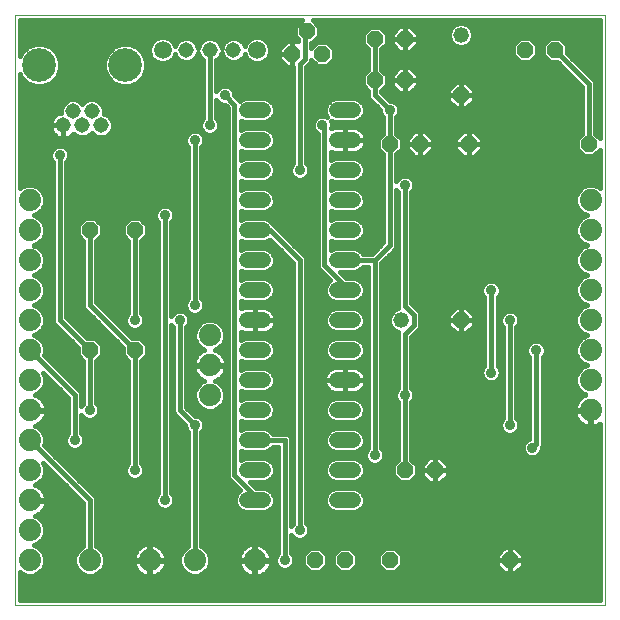
<source format=gbl>
G75*
%MOIN*%
%OFA0B0*%
%FSLAX25Y25*%
%IPPOS*%
%LPD*%
%AMOC8*
5,1,8,0,0,1.08239X$1,22.5*
%
%ADD10C,0.00000*%
%ADD11OC8,0.05200*%
%ADD12C,0.05200*%
%ADD13C,0.05150*%
%ADD14C,0.11220*%
%ADD15C,0.05200*%
%ADD16C,0.05937*%
%ADD17C,0.07400*%
%ADD18C,0.01600*%
%ADD19C,0.03562*%
D10*
X0001800Y0001800D02*
X0001800Y0198650D01*
X0198650Y0198650D01*
X0198650Y0001800D01*
X0001800Y0001800D01*
D11*
X0026800Y0086800D03*
X0041800Y0086800D03*
X0041800Y0126800D03*
X0026800Y0126800D03*
X0094300Y0185550D03*
X0099300Y0193050D03*
X0104300Y0185550D03*
X0121800Y0190550D03*
X0131800Y0190550D03*
X0131800Y0176800D03*
X0121800Y0176800D03*
X0126800Y0155550D03*
X0136800Y0155550D03*
X0153050Y0155550D03*
X0150550Y0171800D03*
X0171800Y0186800D03*
X0181800Y0186800D03*
X0193050Y0155550D03*
X0150550Y0096800D03*
X0141800Y0046800D03*
X0131800Y0046800D03*
X0126800Y0016800D03*
X0111800Y0016800D03*
X0101800Y0016800D03*
X0166800Y0016800D03*
D12*
X0130550Y0096800D03*
X0150550Y0191800D03*
D13*
X0074674Y0186800D03*
X0066800Y0186800D03*
X0058926Y0186800D03*
X0030599Y0161721D03*
X0027450Y0166446D03*
X0024300Y0161721D03*
X0021150Y0166446D03*
X0018001Y0161721D03*
D14*
X0009930Y0181800D03*
X0038670Y0181800D03*
D15*
X0079200Y0166800D02*
X0084400Y0166800D01*
X0084400Y0156800D02*
X0079200Y0156800D01*
X0079200Y0146800D02*
X0084400Y0146800D01*
X0084400Y0136800D02*
X0079200Y0136800D01*
X0079200Y0126800D02*
X0084400Y0126800D01*
X0084400Y0116800D02*
X0079200Y0116800D01*
X0079200Y0106800D02*
X0084400Y0106800D01*
X0084400Y0096800D02*
X0079200Y0096800D01*
X0079200Y0086800D02*
X0084400Y0086800D01*
X0084400Y0076800D02*
X0079200Y0076800D01*
X0079200Y0066800D02*
X0084400Y0066800D01*
X0084400Y0056800D02*
X0079200Y0056800D01*
X0079200Y0046800D02*
X0084400Y0046800D01*
X0084400Y0036800D02*
X0079200Y0036800D01*
X0109200Y0036800D02*
X0114400Y0036800D01*
X0114400Y0046800D02*
X0109200Y0046800D01*
X0109200Y0056800D02*
X0114400Y0056800D01*
X0114400Y0066800D02*
X0109200Y0066800D01*
X0109200Y0076800D02*
X0114400Y0076800D01*
X0114400Y0086800D02*
X0109200Y0086800D01*
X0109200Y0096800D02*
X0114400Y0096800D01*
X0114400Y0106800D02*
X0109200Y0106800D01*
X0109200Y0116800D02*
X0114400Y0116800D01*
X0114400Y0126800D02*
X0109200Y0126800D01*
X0109200Y0136800D02*
X0114400Y0136800D01*
X0114400Y0146800D02*
X0109200Y0146800D01*
X0109200Y0156800D02*
X0114400Y0156800D01*
X0114400Y0166800D02*
X0109200Y0166800D01*
D16*
X0082548Y0186800D03*
X0051052Y0186800D03*
D17*
X0006800Y0136800D03*
X0006800Y0126800D03*
X0006800Y0116800D03*
X0006800Y0106800D03*
X0006800Y0096800D03*
X0006800Y0086800D03*
X0006800Y0076800D03*
X0006800Y0066800D03*
X0006800Y0056800D03*
X0006800Y0046800D03*
X0006800Y0036800D03*
X0006800Y0026800D03*
X0006800Y0016800D03*
X0026800Y0016800D03*
X0046800Y0016800D03*
X0061800Y0016800D03*
X0081800Y0016800D03*
X0066800Y0071800D03*
X0066800Y0081800D03*
X0066800Y0091800D03*
X0193800Y0086800D03*
X0193800Y0076800D03*
X0193800Y0066800D03*
X0193800Y0096800D03*
X0193800Y0106800D03*
X0193800Y0116800D03*
X0193800Y0126800D03*
X0193800Y0136800D03*
D18*
X0190510Y0132878D02*
X0134000Y0132878D01*
X0134000Y0134476D02*
X0189242Y0134476D01*
X0189476Y0133911D02*
X0188700Y0135786D01*
X0188700Y0137814D01*
X0189476Y0139689D01*
X0190911Y0141124D01*
X0192786Y0141900D01*
X0194814Y0141900D01*
X0196689Y0141124D01*
X0196850Y0140962D01*
X0196850Y0153694D01*
X0194707Y0151550D01*
X0191393Y0151550D01*
X0189050Y0153893D01*
X0189050Y0157207D01*
X0190850Y0159007D01*
X0190850Y0174639D01*
X0182689Y0182800D01*
X0180143Y0182800D01*
X0177800Y0185143D01*
X0177800Y0188457D01*
X0180143Y0190800D01*
X0183457Y0190800D01*
X0185800Y0188457D01*
X0185800Y0185911D01*
X0193961Y0177750D01*
X0195250Y0176461D01*
X0195250Y0159007D01*
X0196850Y0157406D01*
X0196850Y0196850D01*
X0101156Y0196850D01*
X0103300Y0194707D01*
X0103300Y0191393D01*
X0100957Y0189050D01*
X0100700Y0189050D01*
X0100700Y0187607D01*
X0102643Y0189550D01*
X0105957Y0189550D01*
X0108300Y0187207D01*
X0108300Y0183893D01*
X0105957Y0181550D01*
X0102643Y0181550D01*
X0100700Y0183493D01*
X0100700Y0182899D01*
X0099000Y0181199D01*
X0099000Y0149099D01*
X0099497Y0148602D01*
X0099981Y0147433D01*
X0099981Y0146167D01*
X0099497Y0144998D01*
X0098602Y0144103D01*
X0097433Y0143619D01*
X0096167Y0143619D01*
X0094998Y0144103D01*
X0094103Y0144998D01*
X0093619Y0146167D01*
X0093619Y0147433D01*
X0094103Y0148602D01*
X0094600Y0149099D01*
X0094600Y0181150D01*
X0094300Y0181150D01*
X0094300Y0185550D01*
X0094300Y0185550D01*
X0094300Y0189950D01*
X0096123Y0189950D01*
X0096300Y0189773D01*
X0096300Y0190393D01*
X0095300Y0191393D01*
X0095300Y0194707D01*
X0097444Y0196850D01*
X0003600Y0196850D01*
X0003600Y0184837D01*
X0003987Y0185771D01*
X0005959Y0187743D01*
X0008535Y0188810D01*
X0011324Y0188810D01*
X0013901Y0187743D01*
X0015873Y0185771D01*
X0016940Y0183194D01*
X0016940Y0180406D01*
X0015873Y0177829D01*
X0013901Y0175857D01*
X0011324Y0174790D01*
X0008535Y0174790D01*
X0005959Y0175857D01*
X0003987Y0177829D01*
X0003600Y0178763D01*
X0003600Y0140812D01*
X0003911Y0141124D01*
X0005786Y0141900D01*
X0007814Y0141900D01*
X0009689Y0141124D01*
X0011124Y0139689D01*
X0011900Y0137814D01*
X0011900Y0135786D01*
X0011124Y0133911D01*
X0009689Y0132476D01*
X0008056Y0131800D01*
X0009689Y0131124D01*
X0011124Y0129689D01*
X0011900Y0127814D01*
X0011900Y0125786D01*
X0011124Y0123911D01*
X0009689Y0122476D01*
X0008056Y0121800D01*
X0009689Y0121124D01*
X0011124Y0119689D01*
X0011900Y0117814D01*
X0011900Y0115786D01*
X0011124Y0113911D01*
X0009689Y0112476D01*
X0008056Y0111800D01*
X0009689Y0111124D01*
X0011124Y0109689D01*
X0011900Y0107814D01*
X0011900Y0105786D01*
X0011124Y0103911D01*
X0009689Y0102476D01*
X0008056Y0101800D01*
X0009689Y0101124D01*
X0011124Y0099689D01*
X0011900Y0097814D01*
X0011900Y0095786D01*
X0011124Y0093911D01*
X0009689Y0092476D01*
X0008056Y0091800D01*
X0009689Y0091124D01*
X0011124Y0089689D01*
X0011900Y0087814D01*
X0011900Y0085786D01*
X0011615Y0085097D01*
X0022711Y0074000D01*
X0024000Y0072711D01*
X0024000Y0068353D01*
X0024103Y0068602D01*
X0024600Y0069099D01*
X0024600Y0083343D01*
X0022800Y0085143D01*
X0022800Y0087689D01*
X0015889Y0094600D01*
X0014600Y0095889D01*
X0014600Y0149501D01*
X0014103Y0149998D01*
X0013619Y0151167D01*
X0013619Y0152433D01*
X0014103Y0153602D01*
X0014998Y0154497D01*
X0016167Y0154981D01*
X0017433Y0154981D01*
X0018602Y0154497D01*
X0019497Y0153602D01*
X0019981Y0152433D01*
X0019981Y0151167D01*
X0019497Y0149998D01*
X0019000Y0149501D01*
X0019000Y0097711D01*
X0025911Y0090800D01*
X0028457Y0090800D01*
X0030800Y0088457D01*
X0030800Y0085143D01*
X0029000Y0083343D01*
X0029000Y0069099D01*
X0029497Y0068602D01*
X0029981Y0067433D01*
X0029981Y0066167D01*
X0029497Y0064998D01*
X0028602Y0064103D01*
X0027433Y0063619D01*
X0026167Y0063619D01*
X0024998Y0064103D01*
X0024103Y0064998D01*
X0024000Y0065247D01*
X0024000Y0059099D01*
X0024497Y0058602D01*
X0024981Y0057433D01*
X0024981Y0056167D01*
X0024497Y0054998D01*
X0023602Y0054103D01*
X0022433Y0053619D01*
X0021167Y0053619D01*
X0019998Y0054103D01*
X0019103Y0054998D01*
X0018619Y0056167D01*
X0018619Y0057433D01*
X0019103Y0058602D01*
X0019600Y0059099D01*
X0019600Y0070889D01*
X0011352Y0079136D01*
X0011900Y0077814D01*
X0011900Y0075786D01*
X0011124Y0073911D01*
X0009689Y0072476D01*
X0008563Y0072010D01*
X0008911Y0071897D01*
X0009683Y0071504D01*
X0010383Y0070995D01*
X0010995Y0070383D01*
X0011504Y0069683D01*
X0011897Y0068911D01*
X0012165Y0068088D01*
X0012300Y0067233D01*
X0012300Y0067000D01*
X0007000Y0067000D01*
X0007000Y0066600D01*
X0012300Y0066600D01*
X0012300Y0066367D01*
X0012165Y0065512D01*
X0011897Y0064689D01*
X0011504Y0063917D01*
X0010995Y0063217D01*
X0010383Y0062605D01*
X0009683Y0062096D01*
X0008911Y0061703D01*
X0008563Y0061590D01*
X0009689Y0061124D01*
X0011124Y0059689D01*
X0011900Y0057814D01*
X0011900Y0055786D01*
X0011615Y0055097D01*
X0027711Y0039000D01*
X0029000Y0037711D01*
X0029000Y0021409D01*
X0029689Y0021124D01*
X0031124Y0019689D01*
X0031900Y0017814D01*
X0031900Y0015786D01*
X0031124Y0013911D01*
X0029689Y0012476D01*
X0027814Y0011700D01*
X0025786Y0011700D01*
X0023911Y0012476D01*
X0022476Y0013911D01*
X0021700Y0015786D01*
X0021700Y0017814D01*
X0022476Y0019689D01*
X0023911Y0021124D01*
X0024600Y0021409D01*
X0024600Y0035889D01*
X0011352Y0049136D01*
X0011900Y0047814D01*
X0011900Y0045786D01*
X0011124Y0043911D01*
X0009689Y0042476D01*
X0008563Y0042010D01*
X0008911Y0041897D01*
X0009683Y0041504D01*
X0010383Y0040995D01*
X0010995Y0040383D01*
X0011504Y0039683D01*
X0011897Y0038911D01*
X0012165Y0038088D01*
X0012300Y0037233D01*
X0012300Y0037000D01*
X0007000Y0037000D01*
X0007000Y0036600D01*
X0012300Y0036600D01*
X0012300Y0036367D01*
X0012165Y0035512D01*
X0011897Y0034689D01*
X0011504Y0033917D01*
X0010995Y0033217D01*
X0010383Y0032605D01*
X0009683Y0032096D01*
X0008911Y0031703D01*
X0008563Y0031590D01*
X0009689Y0031124D01*
X0011124Y0029689D01*
X0011900Y0027814D01*
X0011900Y0025786D01*
X0011124Y0023911D01*
X0009689Y0022476D01*
X0008056Y0021800D01*
X0009689Y0021124D01*
X0011124Y0019689D01*
X0011900Y0017814D01*
X0011900Y0015786D01*
X0011124Y0013911D01*
X0009689Y0012476D01*
X0007814Y0011700D01*
X0005786Y0011700D01*
X0003911Y0012476D01*
X0003600Y0012788D01*
X0003600Y0003600D01*
X0196850Y0003600D01*
X0196850Y0062218D01*
X0196683Y0062096D01*
X0195911Y0061703D01*
X0195088Y0061435D01*
X0194233Y0061300D01*
X0194000Y0061300D01*
X0194000Y0066600D01*
X0193600Y0066600D01*
X0193600Y0061300D01*
X0193367Y0061300D01*
X0192512Y0061435D01*
X0191689Y0061703D01*
X0190917Y0062096D01*
X0190217Y0062605D01*
X0189605Y0063217D01*
X0189096Y0063917D01*
X0188703Y0064689D01*
X0188435Y0065512D01*
X0188300Y0066367D01*
X0188300Y0066600D01*
X0193600Y0066600D01*
X0193600Y0067000D01*
X0188300Y0067000D01*
X0188300Y0067233D01*
X0188435Y0068088D01*
X0188703Y0068911D01*
X0189096Y0069683D01*
X0189605Y0070383D01*
X0190217Y0070995D01*
X0190917Y0071504D01*
X0191689Y0071897D01*
X0192037Y0072010D01*
X0190911Y0072476D01*
X0189476Y0073911D01*
X0188700Y0075786D01*
X0188700Y0077814D01*
X0189476Y0079689D01*
X0190911Y0081124D01*
X0192544Y0081800D01*
X0190911Y0082476D01*
X0189476Y0083911D01*
X0188700Y0085786D01*
X0188700Y0087814D01*
X0189476Y0089689D01*
X0190911Y0091124D01*
X0192544Y0091800D01*
X0190911Y0092476D01*
X0189476Y0093911D01*
X0188700Y0095786D01*
X0188700Y0097814D01*
X0189476Y0099689D01*
X0190911Y0101124D01*
X0192544Y0101800D01*
X0190911Y0102476D01*
X0189476Y0103911D01*
X0188700Y0105786D01*
X0188700Y0107814D01*
X0189476Y0109689D01*
X0190911Y0111124D01*
X0192544Y0111800D01*
X0190911Y0112476D01*
X0189476Y0113911D01*
X0188700Y0115786D01*
X0188700Y0117814D01*
X0189476Y0119689D01*
X0190911Y0121124D01*
X0192544Y0121800D01*
X0190911Y0122476D01*
X0189476Y0123911D01*
X0188700Y0125786D01*
X0188700Y0127814D01*
X0189476Y0129689D01*
X0190911Y0131124D01*
X0192544Y0131800D01*
X0190911Y0132476D01*
X0189476Y0133911D01*
X0188700Y0136075D02*
X0134000Y0136075D01*
X0134000Y0137673D02*
X0188700Y0137673D01*
X0189304Y0139272D02*
X0134000Y0139272D01*
X0134000Y0139501D02*
X0134497Y0139998D01*
X0134981Y0141167D01*
X0134981Y0142433D01*
X0134497Y0143602D01*
X0133602Y0144497D01*
X0132433Y0144981D01*
X0131167Y0144981D01*
X0129998Y0144497D01*
X0129103Y0143602D01*
X0129000Y0143353D01*
X0129000Y0152093D01*
X0130800Y0153893D01*
X0130800Y0157207D01*
X0129000Y0159007D01*
X0129000Y0164501D01*
X0129497Y0164998D01*
X0129981Y0166167D01*
X0129981Y0167433D01*
X0129497Y0168602D01*
X0128602Y0169497D01*
X0127433Y0169981D01*
X0126730Y0169981D01*
X0124000Y0172711D01*
X0124000Y0173343D01*
X0125800Y0175143D01*
X0125800Y0178457D01*
X0124000Y0180257D01*
X0124000Y0187093D01*
X0125800Y0188893D01*
X0125800Y0192207D01*
X0123457Y0194550D01*
X0120143Y0194550D01*
X0117800Y0192207D01*
X0117800Y0188893D01*
X0119600Y0187093D01*
X0119600Y0180257D01*
X0117800Y0178457D01*
X0117800Y0175143D01*
X0119600Y0173343D01*
X0119600Y0170889D01*
X0120889Y0169600D01*
X0123619Y0166870D01*
X0123619Y0166167D01*
X0124103Y0164998D01*
X0124600Y0164501D01*
X0124600Y0159007D01*
X0122800Y0157207D01*
X0122800Y0153893D01*
X0124600Y0152093D01*
X0124600Y0122711D01*
X0120889Y0119000D01*
X0117818Y0119000D01*
X0117791Y0119066D01*
X0116666Y0120191D01*
X0115196Y0120800D01*
X0108404Y0120800D01*
X0107200Y0120301D01*
X0107200Y0123299D01*
X0108404Y0122800D01*
X0115196Y0122800D01*
X0116666Y0123409D01*
X0117791Y0124534D01*
X0118400Y0126004D01*
X0118400Y0127596D01*
X0117791Y0129066D01*
X0116666Y0130191D01*
X0115196Y0130800D01*
X0108404Y0130800D01*
X0107200Y0130301D01*
X0107200Y0133299D01*
X0108404Y0132800D01*
X0115196Y0132800D01*
X0116666Y0133409D01*
X0117791Y0134534D01*
X0118400Y0136004D01*
X0118400Y0137596D01*
X0117791Y0139066D01*
X0116666Y0140191D01*
X0115196Y0140800D01*
X0108404Y0140800D01*
X0107200Y0140301D01*
X0107200Y0143299D01*
X0108404Y0142800D01*
X0115196Y0142800D01*
X0116666Y0143409D01*
X0117791Y0144534D01*
X0118400Y0146004D01*
X0118400Y0147596D01*
X0117791Y0149066D01*
X0116666Y0150191D01*
X0115196Y0150800D01*
X0108404Y0150800D01*
X0107200Y0150301D01*
X0107200Y0152881D01*
X0107511Y0152722D01*
X0108170Y0152508D01*
X0108854Y0152400D01*
X0111800Y0152400D01*
X0114746Y0152400D01*
X0115430Y0152508D01*
X0116089Y0152722D01*
X0116706Y0153037D01*
X0117266Y0153444D01*
X0117756Y0153934D01*
X0118163Y0154494D01*
X0118478Y0155111D01*
X0118692Y0155770D01*
X0118800Y0156454D01*
X0118800Y0156800D01*
X0118800Y0157146D01*
X0118692Y0157830D01*
X0118478Y0158489D01*
X0118163Y0159106D01*
X0117756Y0159666D01*
X0117266Y0160156D01*
X0116706Y0160563D01*
X0116089Y0160878D01*
X0115430Y0161092D01*
X0114746Y0161200D01*
X0111800Y0161200D01*
X0111800Y0156800D01*
X0111800Y0156800D01*
X0118800Y0156800D01*
X0111800Y0156800D01*
X0111800Y0156800D01*
X0111800Y0161200D01*
X0108854Y0161200D01*
X0108170Y0161092D01*
X0107511Y0160878D01*
X0107321Y0160781D01*
X0107481Y0161167D01*
X0107481Y0162433D01*
X0107106Y0163338D01*
X0108404Y0162800D01*
X0115196Y0162800D01*
X0116666Y0163409D01*
X0117791Y0164534D01*
X0118400Y0166004D01*
X0118400Y0167596D01*
X0117791Y0169066D01*
X0116666Y0170191D01*
X0115196Y0170800D01*
X0108404Y0170800D01*
X0106934Y0170191D01*
X0105809Y0169066D01*
X0105200Y0167596D01*
X0105200Y0166004D01*
X0105767Y0164636D01*
X0104933Y0164981D01*
X0103667Y0164981D01*
X0102498Y0164497D01*
X0101603Y0163602D01*
X0101119Y0162433D01*
X0101119Y0161167D01*
X0101603Y0159998D01*
X0102498Y0159103D01*
X0102800Y0158978D01*
X0102800Y0114149D01*
X0104089Y0112860D01*
X0106846Y0110103D01*
X0105809Y0109066D01*
X0105200Y0107596D01*
X0105200Y0106004D01*
X0105809Y0104534D01*
X0106934Y0103409D01*
X0108404Y0102800D01*
X0115196Y0102800D01*
X0116666Y0103409D01*
X0117791Y0104534D01*
X0118400Y0106004D01*
X0118400Y0107596D01*
X0117791Y0109066D01*
X0116666Y0110191D01*
X0115196Y0110800D01*
X0112372Y0110800D01*
X0110372Y0112800D01*
X0115196Y0112800D01*
X0116666Y0113409D01*
X0117791Y0114534D01*
X0117818Y0114600D01*
X0119600Y0114600D01*
X0119600Y0054099D01*
X0119103Y0053602D01*
X0118619Y0052433D01*
X0118619Y0051167D01*
X0119103Y0049998D01*
X0119998Y0049103D01*
X0121167Y0048619D01*
X0122433Y0048619D01*
X0123602Y0049103D01*
X0124497Y0049998D01*
X0124981Y0051167D01*
X0124981Y0052433D01*
X0124497Y0053602D01*
X0124000Y0054099D01*
X0124000Y0115889D01*
X0127711Y0119600D01*
X0129000Y0120889D01*
X0129000Y0140247D01*
X0129103Y0139998D01*
X0129600Y0139501D01*
X0129600Y0100736D01*
X0128284Y0100191D01*
X0127159Y0099066D01*
X0126550Y0097596D01*
X0126550Y0096004D01*
X0127159Y0094534D01*
X0128284Y0093409D01*
X0129600Y0092864D01*
X0129600Y0074099D01*
X0129103Y0073602D01*
X0128619Y0072433D01*
X0128619Y0071167D01*
X0129103Y0069998D01*
X0129600Y0069501D01*
X0129600Y0050257D01*
X0127800Y0048457D01*
X0127800Y0045143D01*
X0130143Y0042800D01*
X0133457Y0042800D01*
X0135800Y0045143D01*
X0135800Y0048457D01*
X0134000Y0050257D01*
X0134000Y0069501D01*
X0134497Y0069998D01*
X0134981Y0071167D01*
X0134981Y0072433D01*
X0134497Y0073602D01*
X0134000Y0074099D01*
X0134000Y0091199D01*
X0136950Y0094149D01*
X0136950Y0099451D01*
X0134000Y0102401D01*
X0134000Y0139501D01*
X0134858Y0140870D02*
X0190658Y0140870D01*
X0196850Y0142469D02*
X0134966Y0142469D01*
X0134031Y0144068D02*
X0196850Y0144068D01*
X0196850Y0145666D02*
X0129000Y0145666D01*
X0129000Y0144068D02*
X0129569Y0144068D01*
X0131800Y0141800D02*
X0131800Y0101490D01*
X0134750Y0098540D01*
X0134750Y0095060D01*
X0131800Y0092110D01*
X0131800Y0071800D01*
X0131800Y0046800D01*
X0129582Y0043361D02*
X0116551Y0043361D01*
X0116666Y0043409D02*
X0117791Y0044534D01*
X0118400Y0046004D01*
X0118400Y0047596D01*
X0117791Y0049066D01*
X0116666Y0050191D01*
X0115196Y0050800D01*
X0108404Y0050800D01*
X0106934Y0050191D01*
X0105809Y0049066D01*
X0105200Y0047596D01*
X0105200Y0046004D01*
X0105809Y0044534D01*
X0106934Y0043409D01*
X0108404Y0042800D01*
X0115196Y0042800D01*
X0116666Y0043409D01*
X0117967Y0044960D02*
X0127983Y0044960D01*
X0127800Y0046558D02*
X0118400Y0046558D01*
X0118168Y0048157D02*
X0127800Y0048157D01*
X0129099Y0049755D02*
X0124254Y0049755D01*
X0124981Y0051354D02*
X0129600Y0051354D01*
X0129600Y0052952D02*
X0124766Y0052952D01*
X0124000Y0054551D02*
X0129600Y0054551D01*
X0129600Y0056149D02*
X0124000Y0056149D01*
X0124000Y0057748D02*
X0129600Y0057748D01*
X0129600Y0059346D02*
X0124000Y0059346D01*
X0124000Y0060945D02*
X0129600Y0060945D01*
X0129600Y0062543D02*
X0124000Y0062543D01*
X0124000Y0064142D02*
X0129600Y0064142D01*
X0129600Y0065740D02*
X0124000Y0065740D01*
X0124000Y0067339D02*
X0129600Y0067339D01*
X0129600Y0068937D02*
X0124000Y0068937D01*
X0124000Y0070536D02*
X0128880Y0070536D01*
X0128619Y0072134D02*
X0124000Y0072134D01*
X0124000Y0073733D02*
X0129234Y0073733D01*
X0129600Y0075332D02*
X0124000Y0075332D01*
X0124000Y0076930D02*
X0129600Y0076930D01*
X0129600Y0078529D02*
X0124000Y0078529D01*
X0124000Y0080127D02*
X0129600Y0080127D01*
X0129600Y0081726D02*
X0124000Y0081726D01*
X0124000Y0083324D02*
X0129600Y0083324D01*
X0129600Y0084923D02*
X0124000Y0084923D01*
X0124000Y0086521D02*
X0129600Y0086521D01*
X0129600Y0088120D02*
X0124000Y0088120D01*
X0124000Y0089718D02*
X0129600Y0089718D01*
X0129600Y0091317D02*
X0124000Y0091317D01*
X0124000Y0092915D02*
X0129476Y0092915D01*
X0127179Y0094514D02*
X0124000Y0094514D01*
X0124000Y0096112D02*
X0126550Y0096112D01*
X0126598Y0097711D02*
X0124000Y0097711D01*
X0124000Y0099309D02*
X0127402Y0099309D01*
X0129600Y0100908D02*
X0124000Y0100908D01*
X0124000Y0102506D02*
X0129600Y0102506D01*
X0129600Y0104105D02*
X0124000Y0104105D01*
X0124000Y0105703D02*
X0129600Y0105703D01*
X0129600Y0107302D02*
X0124000Y0107302D01*
X0124000Y0108900D02*
X0129600Y0108900D01*
X0129600Y0110499D02*
X0124000Y0110499D01*
X0124000Y0112097D02*
X0129600Y0112097D01*
X0129600Y0113696D02*
X0124000Y0113696D01*
X0124000Y0115294D02*
X0129600Y0115294D01*
X0129600Y0116893D02*
X0125004Y0116893D01*
X0126603Y0118491D02*
X0129600Y0118491D01*
X0129600Y0120090D02*
X0128201Y0120090D01*
X0129000Y0121688D02*
X0129600Y0121688D01*
X0129600Y0123287D02*
X0129000Y0123287D01*
X0129000Y0124885D02*
X0129600Y0124885D01*
X0129600Y0126484D02*
X0129000Y0126484D01*
X0129000Y0128082D02*
X0129600Y0128082D01*
X0129600Y0129681D02*
X0129000Y0129681D01*
X0129000Y0131279D02*
X0129600Y0131279D01*
X0129600Y0132878D02*
X0129000Y0132878D01*
X0129000Y0134476D02*
X0129600Y0134476D01*
X0129600Y0136075D02*
X0129000Y0136075D01*
X0129000Y0137673D02*
X0129600Y0137673D01*
X0129600Y0139272D02*
X0129000Y0139272D01*
X0124600Y0139272D02*
X0117585Y0139272D01*
X0118368Y0137673D02*
X0124600Y0137673D01*
X0124600Y0136075D02*
X0118400Y0136075D01*
X0117733Y0134476D02*
X0124600Y0134476D01*
X0124600Y0132878D02*
X0115384Y0132878D01*
X0117176Y0129681D02*
X0124600Y0129681D01*
X0124600Y0131279D02*
X0107200Y0131279D01*
X0107200Y0132878D02*
X0108216Y0132878D01*
X0102800Y0132878D02*
X0085384Y0132878D01*
X0085196Y0132800D02*
X0086666Y0133409D01*
X0087791Y0134534D01*
X0088400Y0136004D01*
X0088400Y0137596D01*
X0087791Y0139066D01*
X0086666Y0140191D01*
X0085196Y0140800D01*
X0078404Y0140800D01*
X0077200Y0140301D01*
X0077200Y0143299D01*
X0078404Y0142800D01*
X0085196Y0142800D01*
X0086666Y0143409D01*
X0087791Y0144534D01*
X0088400Y0146004D01*
X0088400Y0147596D01*
X0087791Y0149066D01*
X0086666Y0150191D01*
X0085196Y0150800D01*
X0078404Y0150800D01*
X0077200Y0150301D01*
X0077200Y0153299D01*
X0078404Y0152800D01*
X0085196Y0152800D01*
X0086666Y0153409D01*
X0087791Y0154534D01*
X0088400Y0156004D01*
X0088400Y0157596D01*
X0087791Y0159066D01*
X0086666Y0160191D01*
X0085196Y0160800D01*
X0078404Y0160800D01*
X0077200Y0160301D01*
X0077200Y0163299D01*
X0078404Y0162800D01*
X0085196Y0162800D01*
X0086666Y0163409D01*
X0087791Y0164534D01*
X0088400Y0166004D01*
X0088400Y0167596D01*
X0087791Y0169066D01*
X0086666Y0170191D01*
X0085196Y0170800D01*
X0078404Y0170800D01*
X0076934Y0170191D01*
X0076727Y0169984D01*
X0075911Y0170800D01*
X0074981Y0171730D01*
X0074981Y0172433D01*
X0074497Y0173602D01*
X0073602Y0174497D01*
X0072433Y0174981D01*
X0071167Y0174981D01*
X0069998Y0174497D01*
X0069103Y0173602D01*
X0069000Y0173353D01*
X0069000Y0183409D01*
X0069052Y0183430D01*
X0070170Y0184548D01*
X0070737Y0185918D01*
X0071304Y0184548D01*
X0072422Y0183430D01*
X0073883Y0182825D01*
X0075465Y0182825D01*
X0076926Y0183430D01*
X0078044Y0184548D01*
X0078398Y0185404D01*
X0078845Y0184325D01*
X0080073Y0183097D01*
X0081679Y0182431D01*
X0083417Y0182431D01*
X0085023Y0183097D01*
X0086251Y0184325D01*
X0086917Y0185931D01*
X0086917Y0187669D01*
X0086251Y0189275D01*
X0085023Y0190503D01*
X0083417Y0191168D01*
X0081679Y0191168D01*
X0080073Y0190503D01*
X0078845Y0189275D01*
X0078398Y0188196D01*
X0078044Y0189052D01*
X0076926Y0190170D01*
X0075465Y0190775D01*
X0073883Y0190775D01*
X0072422Y0190170D01*
X0071304Y0189052D01*
X0070737Y0187682D01*
X0070170Y0189052D01*
X0069052Y0190170D01*
X0067591Y0190775D01*
X0066009Y0190775D01*
X0064548Y0190170D01*
X0063430Y0189052D01*
X0062863Y0187682D01*
X0062296Y0189052D01*
X0061178Y0190170D01*
X0059717Y0190775D01*
X0058135Y0190775D01*
X0056674Y0190170D01*
X0055556Y0189052D01*
X0055202Y0188196D01*
X0054755Y0189275D01*
X0053527Y0190503D01*
X0051921Y0191168D01*
X0050183Y0191168D01*
X0048577Y0190503D01*
X0047349Y0189275D01*
X0046683Y0187669D01*
X0046683Y0185931D01*
X0047349Y0184325D01*
X0048577Y0183097D01*
X0050183Y0182431D01*
X0051921Y0182431D01*
X0053527Y0183097D01*
X0054755Y0184325D01*
X0055202Y0185404D01*
X0055556Y0184548D01*
X0056674Y0183430D01*
X0058135Y0182825D01*
X0059717Y0182825D01*
X0061178Y0183430D01*
X0062296Y0184548D01*
X0062863Y0185918D01*
X0063430Y0184548D01*
X0064548Y0183430D01*
X0064600Y0183409D01*
X0064600Y0164099D01*
X0064103Y0163602D01*
X0063619Y0162433D01*
X0063619Y0161167D01*
X0064103Y0159998D01*
X0064998Y0159103D01*
X0066167Y0158619D01*
X0067433Y0158619D01*
X0068602Y0159103D01*
X0069497Y0159998D01*
X0069981Y0161167D01*
X0069981Y0162433D01*
X0069497Y0163602D01*
X0069000Y0164099D01*
X0069000Y0170247D01*
X0069103Y0169998D01*
X0069998Y0169103D01*
X0071167Y0168619D01*
X0071870Y0168619D01*
X0072800Y0167689D01*
X0072800Y0044149D01*
X0074089Y0042860D01*
X0076846Y0040103D01*
X0075809Y0039066D01*
X0075200Y0037596D01*
X0075200Y0036004D01*
X0075809Y0034534D01*
X0076934Y0033409D01*
X0078404Y0032800D01*
X0085196Y0032800D01*
X0086666Y0033409D01*
X0087791Y0034534D01*
X0088400Y0036004D01*
X0088400Y0037596D01*
X0087791Y0039066D01*
X0086666Y0040191D01*
X0085196Y0040800D01*
X0082372Y0040800D01*
X0080372Y0042800D01*
X0085196Y0042800D01*
X0086666Y0043409D01*
X0087791Y0044534D01*
X0088400Y0046004D01*
X0088400Y0047596D01*
X0087791Y0049066D01*
X0086666Y0050191D01*
X0085196Y0050800D01*
X0078404Y0050800D01*
X0077200Y0050301D01*
X0077200Y0053299D01*
X0078404Y0052800D01*
X0085196Y0052800D01*
X0086666Y0053409D01*
X0087791Y0054534D01*
X0087818Y0054600D01*
X0089600Y0054600D01*
X0089600Y0019099D01*
X0089103Y0018602D01*
X0088619Y0017433D01*
X0088619Y0016167D01*
X0089103Y0014998D01*
X0089998Y0014103D01*
X0091167Y0013619D01*
X0092433Y0013619D01*
X0093602Y0014103D01*
X0094497Y0014998D01*
X0094981Y0016167D01*
X0094981Y0017433D01*
X0094497Y0018602D01*
X0094000Y0019099D01*
X0094000Y0025247D01*
X0094103Y0024998D01*
X0094998Y0024103D01*
X0096167Y0023619D01*
X0097433Y0023619D01*
X0098602Y0024103D01*
X0099497Y0024998D01*
X0099981Y0026167D01*
X0099981Y0027433D01*
X0099497Y0028602D01*
X0099000Y0029099D01*
X0099000Y0117711D01*
X0089000Y0127711D01*
X0089000Y0127711D01*
X0087894Y0128817D01*
X0087791Y0129066D01*
X0086666Y0130191D01*
X0085196Y0130800D01*
X0078404Y0130800D01*
X0077200Y0130301D01*
X0077200Y0133299D01*
X0078404Y0132800D01*
X0085196Y0132800D01*
X0087176Y0129681D02*
X0102800Y0129681D01*
X0102800Y0131279D02*
X0077200Y0131279D01*
X0077200Y0132878D02*
X0078216Y0132878D01*
X0072800Y0132878D02*
X0064000Y0132878D01*
X0064000Y0134476D02*
X0072800Y0134476D01*
X0072800Y0136075D02*
X0064000Y0136075D01*
X0064000Y0137673D02*
X0072800Y0137673D01*
X0072800Y0139272D02*
X0064000Y0139272D01*
X0064000Y0140870D02*
X0072800Y0140870D01*
X0072800Y0142469D02*
X0064000Y0142469D01*
X0064000Y0144068D02*
X0072800Y0144068D01*
X0072800Y0145666D02*
X0064000Y0145666D01*
X0064000Y0147265D02*
X0072800Y0147265D01*
X0072800Y0148863D02*
X0064000Y0148863D01*
X0064000Y0150462D02*
X0072800Y0150462D01*
X0072800Y0152060D02*
X0064000Y0152060D01*
X0064000Y0153659D02*
X0072800Y0153659D01*
X0072800Y0155257D02*
X0064604Y0155257D01*
X0064497Y0154998D02*
X0064981Y0156167D01*
X0064981Y0157433D01*
X0064497Y0158602D01*
X0063602Y0159497D01*
X0062433Y0159981D01*
X0061167Y0159981D01*
X0059998Y0159497D01*
X0059103Y0158602D01*
X0058619Y0157433D01*
X0058619Y0156167D01*
X0059103Y0154998D01*
X0059600Y0154501D01*
X0059600Y0104099D01*
X0059103Y0103602D01*
X0058619Y0102433D01*
X0058619Y0101167D01*
X0059103Y0099998D01*
X0059998Y0099103D01*
X0061167Y0098619D01*
X0062433Y0098619D01*
X0063602Y0099103D01*
X0064497Y0099998D01*
X0064981Y0101167D01*
X0064981Y0102433D01*
X0064497Y0103602D01*
X0064000Y0104099D01*
X0064000Y0154501D01*
X0064497Y0154998D01*
X0064981Y0156856D02*
X0072800Y0156856D01*
X0072800Y0158454D02*
X0064558Y0158454D01*
X0064081Y0160053D02*
X0034210Y0160053D01*
X0033969Y0159470D02*
X0034574Y0160931D01*
X0034574Y0162512D01*
X0033969Y0163973D01*
X0032851Y0165091D01*
X0031424Y0165682D01*
X0031424Y0167236D01*
X0030819Y0168697D01*
X0029701Y0169815D01*
X0028240Y0170420D01*
X0026659Y0170420D01*
X0025198Y0169815D01*
X0024300Y0168917D01*
X0023402Y0169815D01*
X0021941Y0170420D01*
X0020360Y0170420D01*
X0018899Y0169815D01*
X0017781Y0168697D01*
X0017176Y0167236D01*
X0017176Y0166020D01*
X0016976Y0165988D01*
X0016321Y0165776D01*
X0015708Y0165463D01*
X0015151Y0165058D01*
X0014664Y0164571D01*
X0014259Y0164014D01*
X0013946Y0163401D01*
X0013734Y0162746D01*
X0013626Y0162066D01*
X0013626Y0161721D01*
X0013626Y0161377D01*
X0013734Y0160697D01*
X0013946Y0160042D01*
X0014259Y0159428D01*
X0014664Y0158871D01*
X0015151Y0158384D01*
X0015708Y0157980D01*
X0016321Y0157667D01*
X0016976Y0157454D01*
X0017656Y0157346D01*
X0018001Y0157346D01*
X0018345Y0157346D01*
X0019025Y0157454D01*
X0019680Y0157667D01*
X0020294Y0157980D01*
X0020851Y0158384D01*
X0021338Y0158871D01*
X0021418Y0158982D01*
X0022048Y0158352D01*
X0023509Y0157746D01*
X0025091Y0157746D01*
X0026552Y0158352D01*
X0027450Y0159250D01*
X0028348Y0158352D01*
X0029809Y0157746D01*
X0031390Y0157746D01*
X0032851Y0158352D01*
X0033969Y0159470D01*
X0032953Y0158454D02*
X0059042Y0158454D01*
X0058619Y0156856D02*
X0003600Y0156856D01*
X0003600Y0158454D02*
X0015081Y0158454D01*
X0013943Y0160053D02*
X0003600Y0160053D01*
X0003600Y0161651D02*
X0013626Y0161651D01*
X0013626Y0161721D02*
X0018001Y0161721D01*
X0018001Y0157346D01*
X0018001Y0161721D01*
X0018001Y0161721D01*
X0018001Y0161721D01*
X0013626Y0161721D01*
X0013897Y0163250D02*
X0003600Y0163250D01*
X0003600Y0164848D02*
X0014941Y0164848D01*
X0017176Y0166447D02*
X0003600Y0166447D01*
X0003600Y0168045D02*
X0017511Y0168045D01*
X0018727Y0169644D02*
X0003600Y0169644D01*
X0003600Y0171242D02*
X0064600Y0171242D01*
X0064600Y0169644D02*
X0029873Y0169644D01*
X0031089Y0168045D02*
X0064600Y0168045D01*
X0064600Y0166447D02*
X0031424Y0166447D01*
X0033094Y0164848D02*
X0064600Y0164848D01*
X0063957Y0163250D02*
X0034268Y0163250D01*
X0034574Y0161651D02*
X0063619Y0161651D01*
X0066800Y0161800D02*
X0066800Y0186800D01*
X0063948Y0184030D02*
X0061777Y0184030D01*
X0062743Y0185629D02*
X0062983Y0185629D01*
X0064600Y0182432D02*
X0051922Y0182432D01*
X0050182Y0182432D02*
X0045680Y0182432D01*
X0045680Y0183194D02*
X0044613Y0185771D01*
X0042641Y0187743D01*
X0040064Y0188810D01*
X0037276Y0188810D01*
X0034699Y0187743D01*
X0032727Y0185771D01*
X0031660Y0183194D01*
X0031660Y0180406D01*
X0032727Y0177829D01*
X0034699Y0175857D01*
X0037276Y0174790D01*
X0040064Y0174790D01*
X0042641Y0175857D01*
X0044613Y0177829D01*
X0045680Y0180406D01*
X0045680Y0183194D01*
X0045334Y0184030D02*
X0047644Y0184030D01*
X0046809Y0185629D02*
X0044672Y0185629D01*
X0043157Y0187227D02*
X0046683Y0187227D01*
X0047163Y0188826D02*
X0003600Y0188826D01*
X0003600Y0190424D02*
X0048498Y0190424D01*
X0053606Y0190424D02*
X0057289Y0190424D01*
X0055463Y0188826D02*
X0054941Y0188826D01*
X0054460Y0184030D02*
X0056074Y0184030D01*
X0060563Y0190424D02*
X0065163Y0190424D01*
X0063337Y0188826D02*
X0062389Y0188826D01*
X0068437Y0190424D02*
X0073037Y0190424D01*
X0071211Y0188826D02*
X0070263Y0188826D01*
X0070617Y0185629D02*
X0070857Y0185629D01*
X0071823Y0184030D02*
X0069652Y0184030D01*
X0069000Y0182432D02*
X0081678Y0182432D01*
X0083418Y0182432D02*
X0091196Y0182432D01*
X0092477Y0181150D02*
X0089900Y0183727D01*
X0089900Y0185550D01*
X0094300Y0185550D01*
X0094300Y0185550D01*
X0094300Y0185550D01*
X0094300Y0189950D01*
X0092477Y0189950D01*
X0089900Y0187373D01*
X0089900Y0185550D01*
X0094300Y0185550D01*
X0094300Y0181150D01*
X0092477Y0181150D01*
X0094600Y0180833D02*
X0069000Y0180833D01*
X0069000Y0179235D02*
X0094600Y0179235D01*
X0094600Y0177636D02*
X0069000Y0177636D01*
X0069000Y0176038D02*
X0094600Y0176038D01*
X0094600Y0174439D02*
X0073660Y0174439D01*
X0074812Y0172841D02*
X0094600Y0172841D01*
X0094600Y0171242D02*
X0075469Y0171242D01*
X0075000Y0168600D02*
X0075000Y0045060D01*
X0081800Y0038260D01*
X0081800Y0036800D01*
X0081409Y0041763D02*
X0089600Y0041763D01*
X0089600Y0043361D02*
X0086551Y0043361D01*
X0087967Y0044960D02*
X0089600Y0044960D01*
X0089600Y0046558D02*
X0088400Y0046558D01*
X0088168Y0048157D02*
X0089600Y0048157D01*
X0089600Y0049755D02*
X0087102Y0049755D01*
X0085563Y0052952D02*
X0089600Y0052952D01*
X0089600Y0051354D02*
X0077200Y0051354D01*
X0077200Y0052952D02*
X0078037Y0052952D01*
X0081800Y0056800D02*
X0091800Y0056800D01*
X0091800Y0016800D01*
X0094087Y0014588D02*
X0098355Y0014588D01*
X0097800Y0015143D02*
X0100143Y0012800D01*
X0103457Y0012800D01*
X0105800Y0015143D01*
X0105800Y0018457D01*
X0103457Y0020800D01*
X0100143Y0020800D01*
X0097800Y0018457D01*
X0097800Y0015143D01*
X0097800Y0016187D02*
X0094981Y0016187D01*
X0094835Y0017785D02*
X0097800Y0017785D01*
X0098727Y0019384D02*
X0094000Y0019384D01*
X0094000Y0020982D02*
X0164760Y0020982D01*
X0164977Y0021200D02*
X0162400Y0018623D01*
X0162400Y0016800D01*
X0166800Y0016800D01*
X0171200Y0016800D01*
X0171200Y0018623D01*
X0168623Y0021200D01*
X0166800Y0021200D01*
X0166800Y0016800D01*
X0166800Y0016800D01*
X0166800Y0016800D01*
X0171200Y0016800D01*
X0171200Y0014977D01*
X0168623Y0012400D01*
X0166800Y0012400D01*
X0166800Y0016800D01*
X0166800Y0016800D01*
X0166800Y0016800D01*
X0166800Y0021200D01*
X0164977Y0021200D01*
X0166800Y0020982D02*
X0166800Y0020982D01*
X0166800Y0019384D02*
X0166800Y0019384D01*
X0166800Y0017785D02*
X0166800Y0017785D01*
X0166800Y0016800D02*
X0162400Y0016800D01*
X0162400Y0014977D01*
X0164977Y0012400D01*
X0166800Y0012400D01*
X0166800Y0016800D01*
X0166800Y0016187D02*
X0166800Y0016187D01*
X0166800Y0014588D02*
X0166800Y0014588D01*
X0166800Y0012990D02*
X0166800Y0012990D01*
X0164388Y0012990D02*
X0128646Y0012990D01*
X0128457Y0012800D02*
X0130800Y0015143D01*
X0130800Y0018457D01*
X0128457Y0020800D01*
X0125143Y0020800D01*
X0122800Y0018457D01*
X0122800Y0015143D01*
X0125143Y0012800D01*
X0128457Y0012800D01*
X0130245Y0014588D02*
X0162789Y0014588D01*
X0162400Y0016187D02*
X0130800Y0016187D01*
X0130800Y0017785D02*
X0162400Y0017785D01*
X0163161Y0019384D02*
X0129873Y0019384D01*
X0123727Y0019384D02*
X0114873Y0019384D01*
X0115800Y0018457D02*
X0113457Y0020800D01*
X0110143Y0020800D01*
X0107800Y0018457D01*
X0107800Y0015143D01*
X0110143Y0012800D01*
X0113457Y0012800D01*
X0115800Y0015143D01*
X0115800Y0018457D01*
X0115800Y0017785D02*
X0122800Y0017785D01*
X0122800Y0016187D02*
X0115800Y0016187D01*
X0115245Y0014588D02*
X0123355Y0014588D01*
X0124954Y0012990D02*
X0113646Y0012990D01*
X0109954Y0012990D02*
X0103646Y0012990D01*
X0105245Y0014588D02*
X0108355Y0014588D01*
X0107800Y0016187D02*
X0105800Y0016187D01*
X0105800Y0017785D02*
X0107800Y0017785D01*
X0108727Y0019384D02*
X0104873Y0019384D01*
X0098678Y0024179D02*
X0196850Y0024179D01*
X0196850Y0022581D02*
X0094000Y0022581D01*
X0094000Y0024179D02*
X0094922Y0024179D01*
X0096800Y0026800D02*
X0096800Y0116800D01*
X0086800Y0126800D01*
X0081800Y0126800D01*
X0078404Y0122800D02*
X0085196Y0122800D01*
X0086666Y0123409D01*
X0086873Y0123616D01*
X0094600Y0115889D01*
X0094600Y0029099D01*
X0094103Y0028602D01*
X0094000Y0028353D01*
X0094000Y0057711D01*
X0092711Y0059000D01*
X0087818Y0059000D01*
X0087791Y0059066D01*
X0086666Y0060191D01*
X0085196Y0060800D01*
X0078404Y0060800D01*
X0077200Y0060301D01*
X0077200Y0063299D01*
X0078404Y0062800D01*
X0085196Y0062800D01*
X0086666Y0063409D01*
X0087791Y0064534D01*
X0088400Y0066004D01*
X0088400Y0067596D01*
X0087791Y0069066D01*
X0086666Y0070191D01*
X0085196Y0070800D01*
X0078404Y0070800D01*
X0077200Y0070301D01*
X0077200Y0073299D01*
X0078404Y0072800D01*
X0085196Y0072800D01*
X0086666Y0073409D01*
X0087791Y0074534D01*
X0088400Y0076004D01*
X0088400Y0077596D01*
X0087791Y0079066D01*
X0086666Y0080191D01*
X0085196Y0080800D01*
X0078404Y0080800D01*
X0077200Y0080301D01*
X0077200Y0083299D01*
X0078404Y0082800D01*
X0085196Y0082800D01*
X0086666Y0083409D01*
X0087791Y0084534D01*
X0088400Y0086004D01*
X0088400Y0087596D01*
X0087791Y0089066D01*
X0086666Y0090191D01*
X0085196Y0090800D01*
X0078404Y0090800D01*
X0077200Y0090301D01*
X0077200Y0092881D01*
X0077511Y0092722D01*
X0078170Y0092508D01*
X0078854Y0092400D01*
X0081800Y0092400D01*
X0084746Y0092400D01*
X0085430Y0092508D01*
X0086089Y0092722D01*
X0086706Y0093037D01*
X0087266Y0093444D01*
X0087756Y0093934D01*
X0088163Y0094494D01*
X0088478Y0095111D01*
X0088692Y0095770D01*
X0088800Y0096454D01*
X0088800Y0096800D01*
X0088800Y0097146D01*
X0088692Y0097830D01*
X0088478Y0098489D01*
X0088163Y0099106D01*
X0087756Y0099666D01*
X0087266Y0100156D01*
X0086706Y0100563D01*
X0086089Y0100878D01*
X0085430Y0101092D01*
X0084746Y0101200D01*
X0081800Y0101200D01*
X0081800Y0096800D01*
X0081800Y0096800D01*
X0088800Y0096800D01*
X0081800Y0096800D01*
X0081800Y0096800D01*
X0081800Y0101200D01*
X0078854Y0101200D01*
X0078170Y0101092D01*
X0077511Y0100878D01*
X0077200Y0100719D01*
X0077200Y0103299D01*
X0078404Y0102800D01*
X0085196Y0102800D01*
X0086666Y0103409D01*
X0087791Y0104534D01*
X0088400Y0106004D01*
X0088400Y0107596D01*
X0087791Y0109066D01*
X0086666Y0110191D01*
X0085196Y0110800D01*
X0078404Y0110800D01*
X0077200Y0110301D01*
X0077200Y0113299D01*
X0078404Y0112800D01*
X0085196Y0112800D01*
X0086666Y0113409D01*
X0087791Y0114534D01*
X0088400Y0116004D01*
X0088400Y0117596D01*
X0087791Y0119066D01*
X0086666Y0120191D01*
X0085196Y0120800D01*
X0078404Y0120800D01*
X0077200Y0120301D01*
X0077200Y0123299D01*
X0078404Y0122800D01*
X0077229Y0123287D02*
X0077200Y0123287D01*
X0077200Y0121688D02*
X0088800Y0121688D01*
X0087202Y0123287D02*
X0086371Y0123287D01*
X0086767Y0120090D02*
X0090399Y0120090D01*
X0091997Y0118491D02*
X0088029Y0118491D01*
X0088400Y0116893D02*
X0093596Y0116893D01*
X0094600Y0115294D02*
X0088106Y0115294D01*
X0086953Y0113696D02*
X0094600Y0113696D01*
X0094600Y0112097D02*
X0077200Y0112097D01*
X0077200Y0110499D02*
X0077677Y0110499D01*
X0072800Y0110499D02*
X0064000Y0110499D01*
X0064000Y0112097D02*
X0072800Y0112097D01*
X0072800Y0113696D02*
X0064000Y0113696D01*
X0064000Y0115294D02*
X0072800Y0115294D01*
X0072800Y0116893D02*
X0064000Y0116893D01*
X0064000Y0118491D02*
X0072800Y0118491D01*
X0072800Y0120090D02*
X0064000Y0120090D01*
X0064000Y0121688D02*
X0072800Y0121688D01*
X0072800Y0123287D02*
X0064000Y0123287D01*
X0064000Y0124885D02*
X0072800Y0124885D01*
X0072800Y0126484D02*
X0064000Y0126484D01*
X0064000Y0128082D02*
X0072800Y0128082D01*
X0072800Y0129681D02*
X0064000Y0129681D01*
X0064000Y0131279D02*
X0072800Y0131279D01*
X0077200Y0140870D02*
X0102800Y0140870D01*
X0102800Y0139272D02*
X0087585Y0139272D01*
X0088368Y0137673D02*
X0102800Y0137673D01*
X0102800Y0136075D02*
X0088400Y0136075D01*
X0087733Y0134476D02*
X0102800Y0134476D01*
X0102800Y0128082D02*
X0088629Y0128082D01*
X0090227Y0126484D02*
X0102800Y0126484D01*
X0102800Y0124885D02*
X0091826Y0124885D01*
X0093424Y0123287D02*
X0102800Y0123287D01*
X0102800Y0121688D02*
X0095023Y0121688D01*
X0096621Y0120090D02*
X0102800Y0120090D01*
X0102800Y0118491D02*
X0098220Y0118491D01*
X0099000Y0116893D02*
X0102800Y0116893D01*
X0102800Y0115294D02*
X0099000Y0115294D01*
X0099000Y0113696D02*
X0103253Y0113696D01*
X0105000Y0115060D02*
X0105000Y0161100D01*
X0104300Y0161800D01*
X0107481Y0161651D02*
X0124600Y0161651D01*
X0124600Y0160053D02*
X0117370Y0160053D01*
X0118489Y0158454D02*
X0124047Y0158454D01*
X0122800Y0156856D02*
X0118800Y0156856D01*
X0118525Y0155257D02*
X0122800Y0155257D01*
X0123035Y0153659D02*
X0117481Y0153659D01*
X0116013Y0150462D02*
X0124600Y0150462D01*
X0124600Y0152060D02*
X0107200Y0152060D01*
X0107200Y0150462D02*
X0107587Y0150462D01*
X0111800Y0152400D02*
X0111800Y0156800D01*
X0111800Y0152400D01*
X0111800Y0153659D02*
X0111800Y0153659D01*
X0111800Y0155257D02*
X0111800Y0155257D01*
X0111800Y0156800D02*
X0111800Y0156800D01*
X0111800Y0156856D02*
X0111800Y0156856D01*
X0111800Y0158454D02*
X0111800Y0158454D01*
X0111800Y0160053D02*
X0111800Y0160053D01*
X0107319Y0163250D02*
X0107143Y0163250D01*
X0105679Y0164848D02*
X0105254Y0164848D01*
X0105200Y0166447D02*
X0099000Y0166447D01*
X0099000Y0168045D02*
X0105386Y0168045D01*
X0106387Y0169644D02*
X0099000Y0169644D01*
X0099000Y0171242D02*
X0119600Y0171242D01*
X0119600Y0172841D02*
X0099000Y0172841D01*
X0099000Y0174439D02*
X0118504Y0174439D01*
X0117800Y0176038D02*
X0099000Y0176038D01*
X0099000Y0177636D02*
X0117800Y0177636D01*
X0118578Y0179235D02*
X0099000Y0179235D01*
X0099000Y0180833D02*
X0119600Y0180833D01*
X0119600Y0182432D02*
X0106839Y0182432D01*
X0108300Y0184030D02*
X0119600Y0184030D01*
X0119600Y0185629D02*
X0108300Y0185629D01*
X0108280Y0187227D02*
X0119466Y0187227D01*
X0117867Y0188826D02*
X0106681Y0188826D01*
X0102331Y0190424D02*
X0117800Y0190424D01*
X0117800Y0192023D02*
X0103300Y0192023D01*
X0103300Y0193621D02*
X0119215Y0193621D01*
X0121800Y0190550D02*
X0121800Y0176800D01*
X0121800Y0171800D01*
X0126800Y0166800D01*
X0126800Y0155550D01*
X0126800Y0121800D01*
X0121800Y0116800D01*
X0121800Y0051800D01*
X0118834Y0052952D02*
X0115563Y0052952D01*
X0115196Y0052800D02*
X0116666Y0053409D01*
X0117791Y0054534D01*
X0118400Y0056004D01*
X0118400Y0057596D01*
X0117791Y0059066D01*
X0116666Y0060191D01*
X0115196Y0060800D01*
X0108404Y0060800D01*
X0106934Y0060191D01*
X0105809Y0059066D01*
X0105200Y0057596D01*
X0105200Y0056004D01*
X0105809Y0054534D01*
X0106934Y0053409D01*
X0108404Y0052800D01*
X0115196Y0052800D01*
X0117798Y0054551D02*
X0119600Y0054551D01*
X0119600Y0056149D02*
X0118400Y0056149D01*
X0118337Y0057748D02*
X0119600Y0057748D01*
X0119600Y0059346D02*
X0117510Y0059346D01*
X0119600Y0060945D02*
X0099000Y0060945D01*
X0099000Y0062543D02*
X0119600Y0062543D01*
X0119600Y0064142D02*
X0117399Y0064142D01*
X0117791Y0064534D02*
X0118400Y0066004D01*
X0118400Y0067596D01*
X0117791Y0069066D01*
X0116666Y0070191D01*
X0115196Y0070800D01*
X0108404Y0070800D01*
X0106934Y0070191D01*
X0105809Y0069066D01*
X0105200Y0067596D01*
X0105200Y0066004D01*
X0105809Y0064534D01*
X0106934Y0063409D01*
X0108404Y0062800D01*
X0115196Y0062800D01*
X0116666Y0063409D01*
X0117791Y0064534D01*
X0118291Y0065740D02*
X0119600Y0065740D01*
X0119600Y0067339D02*
X0118400Y0067339D01*
X0117844Y0068937D02*
X0119600Y0068937D01*
X0119600Y0070536D02*
X0115833Y0070536D01*
X0115430Y0072508D02*
X0116089Y0072722D01*
X0116706Y0073037D01*
X0117266Y0073444D01*
X0117756Y0073934D01*
X0118163Y0074494D01*
X0118478Y0075111D01*
X0118692Y0075770D01*
X0118800Y0076454D01*
X0118800Y0076800D01*
X0118800Y0077146D01*
X0118692Y0077830D01*
X0118478Y0078489D01*
X0118163Y0079106D01*
X0117756Y0079666D01*
X0117266Y0080156D01*
X0116706Y0080563D01*
X0116089Y0080878D01*
X0115430Y0081092D01*
X0114746Y0081200D01*
X0111800Y0081200D01*
X0111800Y0076800D01*
X0111800Y0076800D01*
X0118800Y0076800D01*
X0111800Y0076800D01*
X0111800Y0076800D01*
X0111800Y0072400D01*
X0114746Y0072400D01*
X0115430Y0072508D01*
X0117556Y0073733D02*
X0119600Y0073733D01*
X0119600Y0072134D02*
X0099000Y0072134D01*
X0099000Y0070536D02*
X0107767Y0070536D01*
X0108170Y0072508D02*
X0107511Y0072722D01*
X0106894Y0073037D01*
X0106334Y0073444D01*
X0105844Y0073934D01*
X0105437Y0074494D01*
X0105122Y0075111D01*
X0104908Y0075770D01*
X0104800Y0076454D01*
X0104800Y0076800D01*
X0111800Y0076800D01*
X0111800Y0076800D01*
X0111800Y0076800D01*
X0111800Y0081200D01*
X0108854Y0081200D01*
X0108170Y0081092D01*
X0107511Y0080878D01*
X0106894Y0080563D01*
X0106334Y0080156D01*
X0105844Y0079666D01*
X0105437Y0079106D01*
X0105122Y0078489D01*
X0104908Y0077830D01*
X0104800Y0077146D01*
X0104800Y0076800D01*
X0111800Y0076800D01*
X0111800Y0072400D01*
X0108854Y0072400D01*
X0108170Y0072508D01*
X0106044Y0073733D02*
X0099000Y0073733D01*
X0099000Y0075332D02*
X0105051Y0075332D01*
X0104800Y0076930D02*
X0099000Y0076930D01*
X0099000Y0078529D02*
X0105143Y0078529D01*
X0106305Y0080127D02*
X0099000Y0080127D01*
X0099000Y0081726D02*
X0119600Y0081726D01*
X0119600Y0083324D02*
X0116461Y0083324D01*
X0116666Y0083409D02*
X0117791Y0084534D01*
X0118400Y0086004D01*
X0118400Y0087596D01*
X0117791Y0089066D01*
X0116666Y0090191D01*
X0115196Y0090800D01*
X0108404Y0090800D01*
X0106934Y0090191D01*
X0105809Y0089066D01*
X0105200Y0087596D01*
X0105200Y0086004D01*
X0105809Y0084534D01*
X0106934Y0083409D01*
X0108404Y0082800D01*
X0115196Y0082800D01*
X0116666Y0083409D01*
X0117952Y0084923D02*
X0119600Y0084923D01*
X0119600Y0086521D02*
X0118400Y0086521D01*
X0118183Y0088120D02*
X0119600Y0088120D01*
X0119600Y0089718D02*
X0117139Y0089718D01*
X0119600Y0091317D02*
X0099000Y0091317D01*
X0099000Y0092915D02*
X0108126Y0092915D01*
X0108404Y0092800D02*
X0115196Y0092800D01*
X0116666Y0093409D01*
X0117791Y0094534D01*
X0118400Y0096004D01*
X0118400Y0097596D01*
X0117791Y0099066D01*
X0116666Y0100191D01*
X0115196Y0100800D01*
X0108404Y0100800D01*
X0106934Y0100191D01*
X0105809Y0099066D01*
X0105200Y0097596D01*
X0105200Y0096004D01*
X0105809Y0094534D01*
X0106934Y0093409D01*
X0108404Y0092800D01*
X0105829Y0094514D02*
X0099000Y0094514D01*
X0099000Y0096112D02*
X0105200Y0096112D01*
X0105248Y0097711D02*
X0099000Y0097711D01*
X0099000Y0099309D02*
X0106052Y0099309D01*
X0106238Y0104105D02*
X0099000Y0104105D01*
X0099000Y0105703D02*
X0105325Y0105703D01*
X0105200Y0107302D02*
X0099000Y0107302D01*
X0099000Y0108900D02*
X0105740Y0108900D01*
X0106450Y0110499D02*
X0099000Y0110499D01*
X0099000Y0112097D02*
X0104852Y0112097D01*
X0105000Y0115060D02*
X0111800Y0108260D01*
X0111800Y0106800D01*
X0111074Y0112097D02*
X0119600Y0112097D01*
X0119600Y0110499D02*
X0115923Y0110499D01*
X0117860Y0108900D02*
X0119600Y0108900D01*
X0119600Y0107302D02*
X0118400Y0107302D01*
X0118275Y0105703D02*
X0119600Y0105703D01*
X0119600Y0104105D02*
X0117362Y0104105D01*
X0119600Y0102506D02*
X0099000Y0102506D01*
X0099000Y0100908D02*
X0119600Y0100908D01*
X0119600Y0099309D02*
X0117548Y0099309D01*
X0118352Y0097711D02*
X0119600Y0097711D01*
X0119600Y0096112D02*
X0118400Y0096112D01*
X0117771Y0094514D02*
X0119600Y0094514D01*
X0119600Y0092915D02*
X0115474Y0092915D01*
X0106461Y0089718D02*
X0099000Y0089718D01*
X0099000Y0088120D02*
X0105417Y0088120D01*
X0105200Y0086521D02*
X0099000Y0086521D01*
X0099000Y0084923D02*
X0105648Y0084923D01*
X0107139Y0083324D02*
X0099000Y0083324D01*
X0094600Y0083324D02*
X0086461Y0083324D01*
X0087952Y0084923D02*
X0094600Y0084923D01*
X0094600Y0086521D02*
X0088400Y0086521D01*
X0088183Y0088120D02*
X0094600Y0088120D01*
X0094600Y0089718D02*
X0087139Y0089718D01*
X0086467Y0092915D02*
X0094600Y0092915D01*
X0094600Y0091317D02*
X0077200Y0091317D01*
X0072800Y0091317D02*
X0071900Y0091317D01*
X0071900Y0090786D02*
X0071900Y0092814D01*
X0071124Y0094689D01*
X0069689Y0096124D01*
X0067814Y0096900D01*
X0065786Y0096900D01*
X0063911Y0096124D01*
X0062476Y0094689D01*
X0061700Y0092814D01*
X0061700Y0090786D01*
X0062476Y0088911D01*
X0063911Y0087476D01*
X0065037Y0087010D01*
X0064689Y0086897D01*
X0063917Y0086504D01*
X0063217Y0085995D01*
X0062605Y0085383D01*
X0062096Y0084683D01*
X0061703Y0083911D01*
X0061435Y0083088D01*
X0061300Y0082233D01*
X0061300Y0082000D01*
X0066600Y0082000D01*
X0066600Y0081600D01*
X0061300Y0081600D01*
X0061300Y0081367D01*
X0061435Y0080512D01*
X0061703Y0079689D01*
X0062096Y0078917D01*
X0062605Y0078217D01*
X0063217Y0077605D01*
X0063917Y0077096D01*
X0064689Y0076703D01*
X0065037Y0076590D01*
X0063911Y0076124D01*
X0062476Y0074689D01*
X0061700Y0072814D01*
X0061700Y0070786D01*
X0062476Y0068911D01*
X0063911Y0067476D01*
X0065786Y0066700D01*
X0067814Y0066700D01*
X0069689Y0067476D01*
X0071124Y0068911D01*
X0071900Y0070786D01*
X0071900Y0072814D01*
X0071124Y0074689D01*
X0069689Y0076124D01*
X0068563Y0076590D01*
X0068911Y0076703D01*
X0069683Y0077096D01*
X0070383Y0077605D01*
X0070995Y0078217D01*
X0071504Y0078917D01*
X0071897Y0079689D01*
X0072165Y0080512D01*
X0072300Y0081367D01*
X0072300Y0081600D01*
X0067000Y0081600D01*
X0067000Y0082000D01*
X0072300Y0082000D01*
X0072300Y0082233D01*
X0072165Y0083088D01*
X0071897Y0083911D01*
X0071504Y0084683D01*
X0070995Y0085383D01*
X0070383Y0085995D01*
X0069683Y0086504D01*
X0068911Y0086897D01*
X0068563Y0087010D01*
X0069689Y0087476D01*
X0071124Y0088911D01*
X0071900Y0090786D01*
X0071458Y0089718D02*
X0072800Y0089718D01*
X0072800Y0088120D02*
X0070332Y0088120D01*
X0069649Y0086521D02*
X0072800Y0086521D01*
X0072800Y0084923D02*
X0071330Y0084923D01*
X0072088Y0083324D02*
X0072800Y0083324D01*
X0072800Y0081726D02*
X0067000Y0081726D01*
X0066600Y0081726D02*
X0059000Y0081726D01*
X0059000Y0083324D02*
X0061512Y0083324D01*
X0062270Y0084923D02*
X0059000Y0084923D01*
X0059000Y0086521D02*
X0063951Y0086521D01*
X0063268Y0088120D02*
X0059000Y0088120D01*
X0059000Y0089718D02*
X0062142Y0089718D01*
X0061700Y0091317D02*
X0059000Y0091317D01*
X0059000Y0092915D02*
X0061742Y0092915D01*
X0062404Y0094514D02*
X0059012Y0094514D01*
X0059000Y0094501D02*
X0059497Y0094998D01*
X0059981Y0096167D01*
X0059981Y0097433D01*
X0059497Y0098602D01*
X0058602Y0099497D01*
X0057433Y0099981D01*
X0056167Y0099981D01*
X0054998Y0099497D01*
X0054103Y0098602D01*
X0054000Y0098353D01*
X0054000Y0129501D01*
X0054497Y0129998D01*
X0054981Y0131167D01*
X0054981Y0132433D01*
X0054497Y0133602D01*
X0053602Y0134497D01*
X0052433Y0134981D01*
X0051167Y0134981D01*
X0049998Y0134497D01*
X0049103Y0133602D01*
X0048619Y0132433D01*
X0048619Y0131167D01*
X0049103Y0129998D01*
X0049600Y0129501D01*
X0049600Y0039099D01*
X0049103Y0038602D01*
X0048619Y0037433D01*
X0048619Y0036167D01*
X0049103Y0034998D01*
X0049998Y0034103D01*
X0051167Y0033619D01*
X0052433Y0033619D01*
X0053602Y0034103D01*
X0054497Y0034998D01*
X0054981Y0036167D01*
X0054981Y0037433D01*
X0054497Y0038602D01*
X0054000Y0039099D01*
X0054000Y0095247D01*
X0054103Y0094998D01*
X0054600Y0094501D01*
X0054600Y0065889D01*
X0058619Y0061870D01*
X0058619Y0061167D01*
X0059103Y0059998D01*
X0059600Y0059501D01*
X0059600Y0021409D01*
X0058911Y0021124D01*
X0057476Y0019689D01*
X0056700Y0017814D01*
X0056700Y0015786D01*
X0057476Y0013911D01*
X0058911Y0012476D01*
X0060786Y0011700D01*
X0062814Y0011700D01*
X0064689Y0012476D01*
X0066124Y0013911D01*
X0066900Y0015786D01*
X0066900Y0017814D01*
X0066124Y0019689D01*
X0064689Y0021124D01*
X0064000Y0021409D01*
X0064000Y0059501D01*
X0064497Y0059998D01*
X0064981Y0061167D01*
X0064981Y0062433D01*
X0064497Y0063602D01*
X0063602Y0064497D01*
X0062433Y0064981D01*
X0061730Y0064981D01*
X0059000Y0067711D01*
X0059000Y0094501D01*
X0059958Y0096112D02*
X0063900Y0096112D01*
X0063808Y0099309D02*
X0072800Y0099309D01*
X0072800Y0097711D02*
X0059866Y0097711D01*
X0059792Y0099309D02*
X0058790Y0099309D01*
X0058726Y0100908D02*
X0054000Y0100908D01*
X0054000Y0102506D02*
X0058649Y0102506D01*
X0059600Y0104105D02*
X0054000Y0104105D01*
X0054000Y0105703D02*
X0059600Y0105703D01*
X0059600Y0107302D02*
X0054000Y0107302D01*
X0054000Y0108900D02*
X0059600Y0108900D01*
X0059600Y0110499D02*
X0054000Y0110499D01*
X0054000Y0112097D02*
X0059600Y0112097D01*
X0059600Y0113696D02*
X0054000Y0113696D01*
X0054000Y0115294D02*
X0059600Y0115294D01*
X0059600Y0116893D02*
X0054000Y0116893D01*
X0054000Y0118491D02*
X0059600Y0118491D01*
X0059600Y0120090D02*
X0054000Y0120090D01*
X0054000Y0121688D02*
X0059600Y0121688D01*
X0059600Y0123287D02*
X0054000Y0123287D01*
X0054000Y0124885D02*
X0059600Y0124885D01*
X0059600Y0126484D02*
X0054000Y0126484D01*
X0054000Y0128082D02*
X0059600Y0128082D01*
X0059600Y0129681D02*
X0054180Y0129681D01*
X0054981Y0131279D02*
X0059600Y0131279D01*
X0059600Y0132878D02*
X0054797Y0132878D01*
X0053622Y0134476D02*
X0059600Y0134476D01*
X0059600Y0136075D02*
X0019000Y0136075D01*
X0019000Y0137673D02*
X0059600Y0137673D01*
X0059600Y0139272D02*
X0019000Y0139272D01*
X0019000Y0140870D02*
X0059600Y0140870D01*
X0059600Y0142469D02*
X0019000Y0142469D01*
X0019000Y0144068D02*
X0059600Y0144068D01*
X0059600Y0145666D02*
X0019000Y0145666D01*
X0019000Y0147265D02*
X0059600Y0147265D01*
X0059600Y0148863D02*
X0019000Y0148863D01*
X0019689Y0150462D02*
X0059600Y0150462D01*
X0059600Y0152060D02*
X0019981Y0152060D01*
X0019440Y0153659D02*
X0059600Y0153659D01*
X0058996Y0155257D02*
X0003600Y0155257D01*
X0003600Y0153659D02*
X0014160Y0153659D01*
X0013619Y0152060D02*
X0003600Y0152060D01*
X0003600Y0150462D02*
X0013911Y0150462D01*
X0014600Y0148863D02*
X0003600Y0148863D01*
X0003600Y0147265D02*
X0014600Y0147265D01*
X0014600Y0145666D02*
X0003600Y0145666D01*
X0003600Y0144068D02*
X0014600Y0144068D01*
X0014600Y0142469D02*
X0003600Y0142469D01*
X0003600Y0140870D02*
X0003658Y0140870D01*
X0009942Y0140870D02*
X0014600Y0140870D01*
X0014600Y0139272D02*
X0011296Y0139272D01*
X0011900Y0137673D02*
X0014600Y0137673D01*
X0014600Y0136075D02*
X0011900Y0136075D01*
X0011358Y0134476D02*
X0014600Y0134476D01*
X0014600Y0132878D02*
X0010090Y0132878D01*
X0009313Y0131279D02*
X0014600Y0131279D01*
X0014600Y0129681D02*
X0011127Y0129681D01*
X0011789Y0128082D02*
X0014600Y0128082D01*
X0014600Y0126484D02*
X0011900Y0126484D01*
X0011527Y0124885D02*
X0014600Y0124885D01*
X0014600Y0123287D02*
X0010499Y0123287D01*
X0008325Y0121688D02*
X0014600Y0121688D01*
X0014600Y0120090D02*
X0010723Y0120090D01*
X0011620Y0118491D02*
X0014600Y0118491D01*
X0014600Y0116893D02*
X0011900Y0116893D01*
X0011697Y0115294D02*
X0014600Y0115294D01*
X0014600Y0113696D02*
X0010908Y0113696D01*
X0008774Y0112097D02*
X0014600Y0112097D01*
X0014600Y0110499D02*
X0010314Y0110499D01*
X0011450Y0108900D02*
X0014600Y0108900D01*
X0014600Y0107302D02*
X0011900Y0107302D01*
X0011866Y0105703D02*
X0014600Y0105703D01*
X0014600Y0104105D02*
X0011204Y0104105D01*
X0009719Y0102506D02*
X0014600Y0102506D01*
X0014600Y0100908D02*
X0009905Y0100908D01*
X0011281Y0099309D02*
X0014600Y0099309D01*
X0014600Y0097711D02*
X0011900Y0097711D01*
X0011900Y0096112D02*
X0014600Y0096112D01*
X0015975Y0094514D02*
X0011373Y0094514D01*
X0010128Y0092915D02*
X0017574Y0092915D01*
X0019172Y0091317D02*
X0009223Y0091317D01*
X0011094Y0089718D02*
X0020771Y0089718D01*
X0022369Y0088120D02*
X0011774Y0088120D01*
X0011900Y0086521D02*
X0022800Y0086521D01*
X0023021Y0084923D02*
X0011789Y0084923D01*
X0013387Y0083324D02*
X0024600Y0083324D01*
X0024600Y0081726D02*
X0014986Y0081726D01*
X0016584Y0080127D02*
X0024600Y0080127D01*
X0024600Y0078529D02*
X0018183Y0078529D01*
X0019781Y0076930D02*
X0024600Y0076930D01*
X0024600Y0075332D02*
X0021380Y0075332D01*
X0022978Y0073733D02*
X0024600Y0073733D01*
X0024600Y0072134D02*
X0024000Y0072134D01*
X0024000Y0070536D02*
X0024600Y0070536D01*
X0024439Y0068937D02*
X0024000Y0068937D01*
X0026800Y0066800D02*
X0026800Y0086800D01*
X0016800Y0096800D01*
X0016800Y0151800D01*
X0018001Y0158454D02*
X0018001Y0158454D01*
X0018001Y0160053D02*
X0018001Y0160053D01*
X0018001Y0161651D02*
X0018001Y0161651D01*
X0020921Y0158454D02*
X0021946Y0158454D01*
X0026654Y0158454D02*
X0028245Y0158454D01*
X0025026Y0169644D02*
X0023574Y0169644D01*
X0015680Y0177636D02*
X0032920Y0177636D01*
X0032145Y0179235D02*
X0016455Y0179235D01*
X0016940Y0180833D02*
X0031660Y0180833D01*
X0031660Y0182432D02*
X0016940Y0182432D01*
X0016594Y0184030D02*
X0032006Y0184030D01*
X0032668Y0185629D02*
X0015932Y0185629D01*
X0014417Y0187227D02*
X0034183Y0187227D01*
X0034518Y0176038D02*
X0014082Y0176038D01*
X0005778Y0176038D02*
X0003600Y0176038D01*
X0003600Y0177636D02*
X0004180Y0177636D01*
X0003600Y0174439D02*
X0064600Y0174439D01*
X0064600Y0172841D02*
X0003600Y0172841D01*
X0003600Y0185629D02*
X0003928Y0185629D01*
X0003600Y0187227D02*
X0005443Y0187227D01*
X0003600Y0192023D02*
X0095300Y0192023D01*
X0095300Y0193621D02*
X0003600Y0193621D01*
X0003600Y0195220D02*
X0095813Y0195220D01*
X0097412Y0196818D02*
X0003600Y0196818D01*
X0042822Y0176038D02*
X0064600Y0176038D01*
X0064600Y0177636D02*
X0044420Y0177636D01*
X0045195Y0179235D02*
X0064600Y0179235D01*
X0064600Y0180833D02*
X0045680Y0180833D01*
X0069000Y0174439D02*
X0069940Y0174439D01*
X0071800Y0171800D02*
X0075000Y0168600D01*
X0072444Y0168045D02*
X0069000Y0168045D01*
X0069000Y0166447D02*
X0072800Y0166447D01*
X0072800Y0164848D02*
X0069000Y0164848D01*
X0069643Y0163250D02*
X0072800Y0163250D01*
X0072800Y0161651D02*
X0069981Y0161651D01*
X0069519Y0160053D02*
X0072800Y0160053D01*
X0077200Y0161651D02*
X0094600Y0161651D01*
X0094600Y0160053D02*
X0086804Y0160053D01*
X0088044Y0158454D02*
X0094600Y0158454D01*
X0094600Y0156856D02*
X0088400Y0156856D01*
X0088090Y0155257D02*
X0094600Y0155257D01*
X0094600Y0153659D02*
X0086915Y0153659D01*
X0086013Y0150462D02*
X0094600Y0150462D01*
X0094600Y0152060D02*
X0077200Y0152060D01*
X0077200Y0150462D02*
X0077587Y0150462D01*
X0077200Y0142469D02*
X0102800Y0142469D01*
X0102800Y0144068D02*
X0098516Y0144068D01*
X0099773Y0145666D02*
X0102800Y0145666D01*
X0102800Y0147265D02*
X0099981Y0147265D01*
X0099236Y0148863D02*
X0102800Y0148863D01*
X0102800Y0150462D02*
X0099000Y0150462D01*
X0099000Y0152060D02*
X0102800Y0152060D01*
X0102800Y0153659D02*
X0099000Y0153659D01*
X0099000Y0155257D02*
X0102800Y0155257D01*
X0102800Y0156856D02*
X0099000Y0156856D01*
X0099000Y0158454D02*
X0102800Y0158454D01*
X0101581Y0160053D02*
X0099000Y0160053D01*
X0099000Y0161651D02*
X0101119Y0161651D01*
X0101457Y0163250D02*
X0099000Y0163250D01*
X0099000Y0164848D02*
X0103346Y0164848D01*
X0094600Y0164848D02*
X0087921Y0164848D01*
X0088400Y0166447D02*
X0094600Y0166447D01*
X0094600Y0168045D02*
X0088214Y0168045D01*
X0087213Y0169644D02*
X0094600Y0169644D01*
X0094600Y0163250D02*
X0086281Y0163250D01*
X0077319Y0163250D02*
X0077200Y0163250D01*
X0069458Y0169644D02*
X0069000Y0169644D01*
X0061800Y0156800D02*
X0061800Y0101800D01*
X0064000Y0104105D02*
X0072800Y0104105D01*
X0072800Y0105703D02*
X0064000Y0105703D01*
X0064000Y0107302D02*
X0072800Y0107302D01*
X0072800Y0108900D02*
X0064000Y0108900D01*
X0064951Y0102506D02*
X0072800Y0102506D01*
X0072800Y0100908D02*
X0064874Y0100908D01*
X0069700Y0096112D02*
X0072800Y0096112D01*
X0072800Y0094514D02*
X0071196Y0094514D01*
X0071858Y0092915D02*
X0072800Y0092915D01*
X0077200Y0100908D02*
X0077604Y0100908D01*
X0077200Y0102506D02*
X0094600Y0102506D01*
X0094600Y0100908D02*
X0085996Y0100908D01*
X0088016Y0099309D02*
X0094600Y0099309D01*
X0094600Y0097711D02*
X0088711Y0097711D01*
X0088746Y0096112D02*
X0094600Y0096112D01*
X0094600Y0094514D02*
X0088173Y0094514D01*
X0081800Y0094514D02*
X0081800Y0094514D01*
X0081800Y0096112D02*
X0081800Y0096112D01*
X0081800Y0096800D02*
X0081800Y0092400D01*
X0081800Y0096800D01*
X0081800Y0096800D01*
X0081800Y0097711D02*
X0081800Y0097711D01*
X0081800Y0099309D02*
X0081800Y0099309D01*
X0081800Y0100908D02*
X0081800Y0100908D01*
X0087362Y0104105D02*
X0094600Y0104105D01*
X0094600Y0105703D02*
X0088275Y0105703D01*
X0088400Y0107302D02*
X0094600Y0107302D01*
X0094600Y0108900D02*
X0087860Y0108900D01*
X0085923Y0110499D02*
X0094600Y0110499D01*
X0107200Y0121688D02*
X0123577Y0121688D01*
X0124600Y0123287D02*
X0116371Y0123287D01*
X0117936Y0124885D02*
X0124600Y0124885D01*
X0124600Y0126484D02*
X0118400Y0126484D01*
X0118198Y0128082D02*
X0124600Y0128082D01*
X0121979Y0120090D02*
X0116767Y0120090D01*
X0111800Y0116800D02*
X0121800Y0116800D01*
X0119600Y0113696D02*
X0116953Y0113696D01*
X0107229Y0123287D02*
X0107200Y0123287D01*
X0107200Y0140870D02*
X0124600Y0140870D01*
X0124600Y0142469D02*
X0107200Y0142469D01*
X0117324Y0144068D02*
X0124600Y0144068D01*
X0124600Y0145666D02*
X0118260Y0145666D01*
X0118400Y0147265D02*
X0124600Y0147265D01*
X0124600Y0148863D02*
X0117875Y0148863D01*
X0129000Y0148863D02*
X0196850Y0148863D01*
X0196850Y0147265D02*
X0129000Y0147265D01*
X0129000Y0150462D02*
X0196850Y0150462D01*
X0196850Y0152060D02*
X0195217Y0152060D01*
X0196815Y0153659D02*
X0196850Y0153659D01*
X0193050Y0155550D02*
X0193050Y0175550D01*
X0181800Y0186800D01*
X0178913Y0184030D02*
X0174687Y0184030D01*
X0175800Y0185143D02*
X0173457Y0182800D01*
X0170143Y0182800D01*
X0167800Y0185143D01*
X0167800Y0188457D01*
X0170143Y0190800D01*
X0173457Y0190800D01*
X0175800Y0188457D01*
X0175800Y0185143D01*
X0175800Y0185629D02*
X0177800Y0185629D01*
X0177800Y0187227D02*
X0175800Y0187227D01*
X0175431Y0188826D02*
X0178169Y0188826D01*
X0179767Y0190424D02*
X0173832Y0190424D01*
X0169767Y0190424D02*
X0154310Y0190424D01*
X0154550Y0191004D02*
X0153941Y0189534D01*
X0152816Y0188409D01*
X0151346Y0187800D01*
X0149754Y0187800D01*
X0148284Y0188409D01*
X0147159Y0189534D01*
X0146550Y0191004D01*
X0146550Y0192596D01*
X0147159Y0194066D01*
X0148284Y0195191D01*
X0149754Y0195800D01*
X0151346Y0195800D01*
X0152816Y0195191D01*
X0153941Y0194066D01*
X0154550Y0192596D01*
X0154550Y0191004D01*
X0154550Y0192023D02*
X0196850Y0192023D01*
X0196850Y0193621D02*
X0154125Y0193621D01*
X0152746Y0195220D02*
X0196850Y0195220D01*
X0196850Y0196818D02*
X0101188Y0196818D01*
X0102787Y0195220D02*
X0148354Y0195220D01*
X0146975Y0193621D02*
X0134951Y0193621D01*
X0136200Y0192373D02*
X0133623Y0194950D01*
X0131800Y0194950D01*
X0131800Y0190550D01*
X0136200Y0190550D01*
X0136200Y0192373D01*
X0136200Y0192023D02*
X0146550Y0192023D01*
X0146790Y0190424D02*
X0136200Y0190424D01*
X0136200Y0190550D02*
X0131800Y0190550D01*
X0131800Y0190550D01*
X0131800Y0190550D01*
X0131800Y0186150D01*
X0133623Y0186150D01*
X0136200Y0188727D01*
X0136200Y0190550D01*
X0136200Y0188826D02*
X0147867Y0188826D01*
X0153233Y0188826D02*
X0168169Y0188826D01*
X0167800Y0187227D02*
X0134700Y0187227D01*
X0131800Y0187227D02*
X0131800Y0187227D01*
X0131800Y0186150D02*
X0131800Y0190550D01*
X0131800Y0190550D01*
X0131800Y0190550D01*
X0127400Y0190550D01*
X0127400Y0192373D01*
X0129977Y0194950D01*
X0131800Y0194950D01*
X0131800Y0190550D01*
X0127400Y0190550D01*
X0127400Y0188727D01*
X0129977Y0186150D01*
X0131800Y0186150D01*
X0131800Y0188826D02*
X0131800Y0188826D01*
X0131800Y0190424D02*
X0131800Y0190424D01*
X0131800Y0192023D02*
X0131800Y0192023D01*
X0131800Y0193621D02*
X0131800Y0193621D01*
X0128649Y0193621D02*
X0124385Y0193621D01*
X0125800Y0192023D02*
X0127400Y0192023D01*
X0127400Y0190424D02*
X0125800Y0190424D01*
X0125733Y0188826D02*
X0127400Y0188826D01*
X0128900Y0187227D02*
X0124134Y0187227D01*
X0124000Y0185629D02*
X0167800Y0185629D01*
X0168913Y0184030D02*
X0124000Y0184030D01*
X0124000Y0182432D02*
X0183057Y0182432D01*
X0184655Y0180833D02*
X0133989Y0180833D01*
X0133623Y0181200D02*
X0131800Y0181200D01*
X0131800Y0176800D01*
X0136200Y0176800D01*
X0136200Y0178623D01*
X0133623Y0181200D01*
X0131800Y0181200D02*
X0129977Y0181200D01*
X0127400Y0178623D01*
X0127400Y0176800D01*
X0131800Y0176800D01*
X0131800Y0176800D01*
X0131800Y0176800D01*
X0136200Y0176800D01*
X0136200Y0174977D01*
X0133623Y0172400D01*
X0131800Y0172400D01*
X0131800Y0176800D01*
X0131800Y0176800D01*
X0131800Y0176800D01*
X0131800Y0181200D01*
X0131800Y0180833D02*
X0131800Y0180833D01*
X0131800Y0179235D02*
X0131800Y0179235D01*
X0131800Y0177636D02*
X0131800Y0177636D01*
X0131800Y0176800D02*
X0127400Y0176800D01*
X0127400Y0174977D01*
X0129977Y0172400D01*
X0131800Y0172400D01*
X0131800Y0176800D01*
X0131800Y0176038D02*
X0131800Y0176038D01*
X0131800Y0174439D02*
X0131800Y0174439D01*
X0131800Y0172841D02*
X0131800Y0172841D01*
X0134063Y0172841D02*
X0146150Y0172841D01*
X0146150Y0173623D02*
X0146150Y0171800D01*
X0150550Y0171800D01*
X0150550Y0171800D01*
X0150550Y0176200D01*
X0152373Y0176200D01*
X0154950Y0173623D01*
X0154950Y0171800D01*
X0150550Y0171800D01*
X0150550Y0171800D01*
X0150550Y0171800D01*
X0150550Y0176200D01*
X0148727Y0176200D01*
X0146150Y0173623D01*
X0146967Y0174439D02*
X0135662Y0174439D01*
X0136200Y0176038D02*
X0148565Y0176038D01*
X0150550Y0176038D02*
X0150550Y0176038D01*
X0150550Y0174439D02*
X0150550Y0174439D01*
X0150550Y0172841D02*
X0150550Y0172841D01*
X0150550Y0171800D02*
X0146150Y0171800D01*
X0146150Y0169977D01*
X0148727Y0167400D01*
X0150550Y0167400D01*
X0152373Y0167400D01*
X0154950Y0169977D01*
X0154950Y0171800D01*
X0150550Y0171800D01*
X0150550Y0167400D01*
X0150550Y0171800D01*
X0150550Y0171800D01*
X0150550Y0171242D02*
X0150550Y0171242D01*
X0150550Y0169644D02*
X0150550Y0169644D01*
X0150550Y0168045D02*
X0150550Y0168045D01*
X0148082Y0168045D02*
X0129727Y0168045D01*
X0129981Y0166447D02*
X0190850Y0166447D01*
X0190850Y0168045D02*
X0153018Y0168045D01*
X0154616Y0169644D02*
X0190850Y0169644D01*
X0190850Y0171242D02*
X0154950Y0171242D01*
X0154950Y0172841D02*
X0190850Y0172841D01*
X0190850Y0174439D02*
X0154133Y0174439D01*
X0152535Y0176038D02*
X0189451Y0176038D01*
X0187852Y0177636D02*
X0136200Y0177636D01*
X0135588Y0179235D02*
X0186254Y0179235D01*
X0189279Y0182432D02*
X0196850Y0182432D01*
X0196850Y0184030D02*
X0187681Y0184030D01*
X0186082Y0185629D02*
X0196850Y0185629D01*
X0196850Y0187227D02*
X0185800Y0187227D01*
X0185431Y0188826D02*
X0196850Y0188826D01*
X0196850Y0190424D02*
X0183832Y0190424D01*
X0190878Y0180833D02*
X0196850Y0180833D01*
X0196850Y0179235D02*
X0192477Y0179235D01*
X0194075Y0177636D02*
X0196850Y0177636D01*
X0196850Y0176038D02*
X0195250Y0176038D01*
X0195250Y0174439D02*
X0196850Y0174439D01*
X0196850Y0172841D02*
X0195250Y0172841D01*
X0195250Y0171242D02*
X0196850Y0171242D01*
X0196850Y0169644D02*
X0195250Y0169644D01*
X0195250Y0168045D02*
X0196850Y0168045D01*
X0196850Y0166447D02*
X0195250Y0166447D01*
X0195250Y0164848D02*
X0196850Y0164848D01*
X0196850Y0163250D02*
X0195250Y0163250D01*
X0195250Y0161651D02*
X0196850Y0161651D01*
X0196850Y0160053D02*
X0195250Y0160053D01*
X0195803Y0158454D02*
X0196850Y0158454D01*
X0190850Y0160053D02*
X0129000Y0160053D01*
X0129000Y0161651D02*
X0190850Y0161651D01*
X0190850Y0163250D02*
X0129000Y0163250D01*
X0129347Y0164848D02*
X0190850Y0164848D01*
X0190297Y0158454D02*
X0156368Y0158454D01*
X0157450Y0157373D02*
X0154873Y0159950D01*
X0153050Y0159950D01*
X0153050Y0155550D01*
X0157450Y0155550D01*
X0157450Y0157373D01*
X0157450Y0156856D02*
X0189050Y0156856D01*
X0189050Y0155257D02*
X0157450Y0155257D01*
X0157450Y0155550D02*
X0157450Y0153727D01*
X0154873Y0151150D01*
X0153050Y0151150D01*
X0153050Y0155550D01*
X0153050Y0155550D01*
X0153050Y0155550D01*
X0157450Y0155550D01*
X0157381Y0153659D02*
X0189285Y0153659D01*
X0190883Y0152060D02*
X0155783Y0152060D01*
X0153050Y0152060D02*
X0153050Y0152060D01*
X0153050Y0151150D02*
X0151227Y0151150D01*
X0148650Y0153727D01*
X0148650Y0155550D01*
X0153050Y0155550D01*
X0153050Y0155550D01*
X0153050Y0155550D01*
X0153050Y0159950D01*
X0151227Y0159950D01*
X0148650Y0157373D01*
X0148650Y0155550D01*
X0153050Y0155550D01*
X0153050Y0151150D01*
X0153050Y0153659D02*
X0153050Y0153659D01*
X0153050Y0155257D02*
X0153050Y0155257D01*
X0153050Y0156856D02*
X0153050Y0156856D01*
X0153050Y0158454D02*
X0153050Y0158454D01*
X0149732Y0158454D02*
X0140118Y0158454D01*
X0141200Y0157373D02*
X0138623Y0159950D01*
X0136800Y0159950D01*
X0136800Y0155550D01*
X0141200Y0155550D01*
X0141200Y0157373D01*
X0141200Y0156856D02*
X0148650Y0156856D01*
X0148650Y0155257D02*
X0141200Y0155257D01*
X0141200Y0155550D02*
X0141200Y0153727D01*
X0138623Y0151150D01*
X0136800Y0151150D01*
X0136800Y0155550D01*
X0136800Y0155550D01*
X0136800Y0155550D01*
X0141200Y0155550D01*
X0141131Y0153659D02*
X0148719Y0153659D01*
X0150317Y0152060D02*
X0139533Y0152060D01*
X0136800Y0152060D02*
X0136800Y0152060D01*
X0136800Y0151150D02*
X0134977Y0151150D01*
X0132400Y0153727D01*
X0132400Y0155550D01*
X0136800Y0155550D01*
X0136800Y0155550D01*
X0136800Y0155550D01*
X0136800Y0159950D01*
X0134977Y0159950D01*
X0132400Y0157373D01*
X0132400Y0155550D01*
X0136800Y0155550D01*
X0136800Y0151150D01*
X0136800Y0153659D02*
X0136800Y0153659D01*
X0136800Y0155257D02*
X0136800Y0155257D01*
X0136800Y0156856D02*
X0136800Y0156856D01*
X0136800Y0158454D02*
X0136800Y0158454D01*
X0133482Y0158454D02*
X0129553Y0158454D01*
X0130800Y0156856D02*
X0132400Y0156856D01*
X0132400Y0155257D02*
X0130800Y0155257D01*
X0130565Y0153659D02*
X0132469Y0153659D01*
X0134067Y0152060D02*
X0129000Y0152060D01*
X0124600Y0163250D02*
X0116281Y0163250D01*
X0117921Y0164848D02*
X0124253Y0164848D01*
X0123619Y0166447D02*
X0118400Y0166447D01*
X0118214Y0168045D02*
X0122444Y0168045D01*
X0120845Y0169644D02*
X0117213Y0169644D01*
X0124000Y0172841D02*
X0129537Y0172841D01*
X0127938Y0174439D02*
X0125096Y0174439D01*
X0125800Y0176038D02*
X0127400Y0176038D01*
X0127400Y0177636D02*
X0125800Y0177636D01*
X0125022Y0179235D02*
X0128012Y0179235D01*
X0129611Y0180833D02*
X0124000Y0180833D01*
X0125469Y0171242D02*
X0146150Y0171242D01*
X0146484Y0169644D02*
X0128247Y0169644D01*
X0101919Y0188826D02*
X0100700Y0188826D01*
X0098500Y0192250D02*
X0098500Y0183810D01*
X0096800Y0182110D01*
X0096800Y0146800D01*
X0093827Y0145666D02*
X0088260Y0145666D01*
X0088400Y0147265D02*
X0093619Y0147265D01*
X0094364Y0148863D02*
X0087875Y0148863D01*
X0087324Y0144068D02*
X0095084Y0144068D01*
X0094300Y0182432D02*
X0094300Y0182432D01*
X0094300Y0184030D02*
X0094300Y0184030D01*
X0094300Y0185629D02*
X0094300Y0185629D01*
X0094300Y0187227D02*
X0094300Y0187227D01*
X0094300Y0188826D02*
X0094300Y0188826D01*
X0096269Y0190424D02*
X0085102Y0190424D01*
X0086437Y0188826D02*
X0091353Y0188826D01*
X0089900Y0187227D02*
X0086917Y0187227D01*
X0086791Y0185629D02*
X0089900Y0185629D01*
X0089900Y0184030D02*
X0085956Y0184030D01*
X0079994Y0190424D02*
X0076311Y0190424D01*
X0078137Y0188826D02*
X0078659Y0188826D01*
X0079140Y0184030D02*
X0077526Y0184030D01*
X0098500Y0192250D02*
X0099300Y0193050D01*
X0100233Y0182432D02*
X0101761Y0182432D01*
X0134000Y0131279D02*
X0191287Y0131279D01*
X0189473Y0129681D02*
X0134000Y0129681D01*
X0134000Y0128082D02*
X0188811Y0128082D01*
X0188700Y0126484D02*
X0134000Y0126484D01*
X0134000Y0124885D02*
X0189073Y0124885D01*
X0190101Y0123287D02*
X0134000Y0123287D01*
X0134000Y0121688D02*
X0192275Y0121688D01*
X0189877Y0120090D02*
X0134000Y0120090D01*
X0134000Y0118491D02*
X0188980Y0118491D01*
X0188700Y0116893D02*
X0134000Y0116893D01*
X0134000Y0115294D02*
X0188903Y0115294D01*
X0189692Y0113696D02*
X0134000Y0113696D01*
X0134000Y0112097D02*
X0191826Y0112097D01*
X0190286Y0110499D02*
X0134000Y0110499D01*
X0134000Y0108900D02*
X0158152Y0108900D01*
X0157853Y0108602D02*
X0157369Y0107433D01*
X0157369Y0106167D01*
X0157853Y0104998D01*
X0158350Y0104501D01*
X0158350Y0081599D01*
X0157853Y0081102D01*
X0157369Y0079933D01*
X0157369Y0078667D01*
X0157853Y0077498D01*
X0158748Y0076603D01*
X0159917Y0076119D01*
X0161183Y0076119D01*
X0162352Y0076603D01*
X0163247Y0077498D01*
X0163731Y0078667D01*
X0163731Y0079933D01*
X0163247Y0081102D01*
X0162750Y0081599D01*
X0162750Y0104501D01*
X0163247Y0104998D01*
X0163731Y0106167D01*
X0163731Y0107433D01*
X0163247Y0108602D01*
X0162352Y0109497D01*
X0161183Y0109981D01*
X0159917Y0109981D01*
X0158748Y0109497D01*
X0157853Y0108602D01*
X0157369Y0107302D02*
X0134000Y0107302D01*
X0134000Y0105703D02*
X0157561Y0105703D01*
X0158350Y0104105D02*
X0134000Y0104105D01*
X0134000Y0102506D02*
X0158350Y0102506D01*
X0158350Y0100908D02*
X0152665Y0100908D01*
X0152373Y0101200D02*
X0150550Y0101200D01*
X0150550Y0096800D01*
X0154950Y0096800D01*
X0154950Y0098623D01*
X0152373Y0101200D01*
X0150550Y0101200D02*
X0148727Y0101200D01*
X0146150Y0098623D01*
X0146150Y0096800D01*
X0150550Y0096800D01*
X0150550Y0096800D01*
X0150550Y0096800D01*
X0154950Y0096800D01*
X0154950Y0094977D01*
X0152373Y0092400D01*
X0150550Y0092400D01*
X0150550Y0096800D01*
X0150550Y0096800D01*
X0150550Y0096800D01*
X0150550Y0101200D01*
X0150550Y0100908D02*
X0150550Y0100908D01*
X0150550Y0099309D02*
X0150550Y0099309D01*
X0150550Y0097711D02*
X0150550Y0097711D01*
X0150550Y0096800D02*
X0146150Y0096800D01*
X0146150Y0094977D01*
X0148727Y0092400D01*
X0150550Y0092400D01*
X0150550Y0096800D01*
X0150550Y0096112D02*
X0150550Y0096112D01*
X0150550Y0094514D02*
X0150550Y0094514D01*
X0150550Y0092915D02*
X0150550Y0092915D01*
X0148212Y0092915D02*
X0135716Y0092915D01*
X0136950Y0094514D02*
X0146614Y0094514D01*
X0146150Y0096112D02*
X0136950Y0096112D01*
X0136950Y0097711D02*
X0146150Y0097711D01*
X0146837Y0099309D02*
X0136950Y0099309D01*
X0135493Y0100908D02*
X0148435Y0100908D01*
X0154263Y0099309D02*
X0158350Y0099309D01*
X0158350Y0097711D02*
X0154950Y0097711D01*
X0154950Y0096112D02*
X0158350Y0096112D01*
X0158350Y0094514D02*
X0154486Y0094514D01*
X0152888Y0092915D02*
X0158350Y0092915D01*
X0158350Y0091317D02*
X0134118Y0091317D01*
X0134000Y0089718D02*
X0158350Y0089718D01*
X0158350Y0088120D02*
X0134000Y0088120D01*
X0134000Y0086521D02*
X0158350Y0086521D01*
X0158350Y0084923D02*
X0134000Y0084923D01*
X0134000Y0083324D02*
X0158350Y0083324D01*
X0158350Y0081726D02*
X0134000Y0081726D01*
X0134000Y0080127D02*
X0157449Y0080127D01*
X0157426Y0078529D02*
X0134000Y0078529D01*
X0134000Y0076930D02*
X0158421Y0076930D01*
X0160550Y0079300D02*
X0160550Y0106800D01*
X0163539Y0105703D02*
X0188734Y0105703D01*
X0188700Y0107302D02*
X0163731Y0107302D01*
X0162948Y0108900D02*
X0189150Y0108900D01*
X0189396Y0104105D02*
X0162750Y0104105D01*
X0162750Y0102506D02*
X0190881Y0102506D01*
X0190695Y0100908D02*
X0162750Y0100908D01*
X0162750Y0099309D02*
X0164810Y0099309D01*
X0164998Y0099497D02*
X0164103Y0098602D01*
X0163619Y0097433D01*
X0163619Y0096167D01*
X0164103Y0094998D01*
X0164600Y0094501D01*
X0164600Y0064099D01*
X0164103Y0063602D01*
X0163619Y0062433D01*
X0163619Y0061167D01*
X0164103Y0059998D01*
X0164998Y0059103D01*
X0166167Y0058619D01*
X0167433Y0058619D01*
X0168602Y0059103D01*
X0169497Y0059998D01*
X0169981Y0061167D01*
X0169981Y0062433D01*
X0169497Y0063602D01*
X0169000Y0064099D01*
X0169000Y0094501D01*
X0169497Y0094998D01*
X0169981Y0096167D01*
X0169981Y0097433D01*
X0169497Y0098602D01*
X0168602Y0099497D01*
X0167433Y0099981D01*
X0166167Y0099981D01*
X0164998Y0099497D01*
X0163734Y0097711D02*
X0162750Y0097711D01*
X0162750Y0096112D02*
X0163642Y0096112D01*
X0162750Y0094514D02*
X0164588Y0094514D01*
X0164600Y0092915D02*
X0162750Y0092915D01*
X0162750Y0091317D02*
X0164600Y0091317D01*
X0164600Y0089718D02*
X0162750Y0089718D01*
X0162750Y0088120D02*
X0164600Y0088120D01*
X0164600Y0086521D02*
X0162750Y0086521D01*
X0162750Y0084923D02*
X0164600Y0084923D01*
X0164600Y0083324D02*
X0162750Y0083324D01*
X0162750Y0081726D02*
X0164600Y0081726D01*
X0164600Y0080127D02*
X0163651Y0080127D01*
X0163674Y0078529D02*
X0164600Y0078529D01*
X0164600Y0076930D02*
X0162679Y0076930D01*
X0164600Y0075332D02*
X0134000Y0075332D01*
X0134366Y0073733D02*
X0164600Y0073733D01*
X0164600Y0072134D02*
X0134981Y0072134D01*
X0134720Y0070536D02*
X0164600Y0070536D01*
X0164600Y0068937D02*
X0134000Y0068937D01*
X0134000Y0067339D02*
X0164600Y0067339D01*
X0164600Y0065740D02*
X0134000Y0065740D01*
X0134000Y0064142D02*
X0164600Y0064142D01*
X0163665Y0062543D02*
X0134000Y0062543D01*
X0134000Y0060945D02*
X0163711Y0060945D01*
X0164755Y0059346D02*
X0134000Y0059346D01*
X0134000Y0057748D02*
X0173350Y0057748D01*
X0173350Y0057350D02*
X0172498Y0056997D01*
X0171603Y0056102D01*
X0171119Y0054933D01*
X0171119Y0053667D01*
X0171603Y0052498D01*
X0172498Y0051603D01*
X0173667Y0051119D01*
X0174933Y0051119D01*
X0176102Y0051603D01*
X0176997Y0052498D01*
X0177481Y0053667D01*
X0177481Y0054370D01*
X0177750Y0054639D01*
X0177750Y0084501D01*
X0178247Y0084998D01*
X0178731Y0086167D01*
X0178731Y0087433D01*
X0178247Y0088602D01*
X0177352Y0089497D01*
X0176183Y0089981D01*
X0174917Y0089981D01*
X0173748Y0089497D01*
X0172853Y0088602D01*
X0172369Y0087433D01*
X0172369Y0086167D01*
X0172853Y0084998D01*
X0173350Y0084501D01*
X0173350Y0057350D01*
X0173350Y0059346D02*
X0168845Y0059346D01*
X0169889Y0060945D02*
X0173350Y0060945D01*
X0173350Y0062543D02*
X0169935Y0062543D01*
X0169000Y0064142D02*
X0173350Y0064142D01*
X0173350Y0065740D02*
X0169000Y0065740D01*
X0169000Y0067339D02*
X0173350Y0067339D01*
X0173350Y0068937D02*
X0169000Y0068937D01*
X0169000Y0070536D02*
X0173350Y0070536D01*
X0173350Y0072134D02*
X0169000Y0072134D01*
X0169000Y0073733D02*
X0173350Y0073733D01*
X0173350Y0075332D02*
X0169000Y0075332D01*
X0169000Y0076930D02*
X0173350Y0076930D01*
X0173350Y0078529D02*
X0169000Y0078529D01*
X0169000Y0080127D02*
X0173350Y0080127D01*
X0173350Y0081726D02*
X0169000Y0081726D01*
X0169000Y0083324D02*
X0173350Y0083324D01*
X0172929Y0084923D02*
X0169000Y0084923D01*
X0169000Y0086521D02*
X0172369Y0086521D01*
X0172653Y0088120D02*
X0169000Y0088120D01*
X0169000Y0089718D02*
X0174282Y0089718D01*
X0176818Y0089718D02*
X0189506Y0089718D01*
X0188826Y0088120D02*
X0178447Y0088120D01*
X0178731Y0086521D02*
X0188700Y0086521D01*
X0189057Y0084923D02*
X0178171Y0084923D01*
X0177750Y0083324D02*
X0190063Y0083324D01*
X0192364Y0081726D02*
X0177750Y0081726D01*
X0177750Y0080127D02*
X0189915Y0080127D01*
X0188996Y0078529D02*
X0177750Y0078529D01*
X0177750Y0076930D02*
X0188700Y0076930D01*
X0188888Y0075332D02*
X0177750Y0075332D01*
X0177750Y0073733D02*
X0189654Y0073733D01*
X0191737Y0072134D02*
X0177750Y0072134D01*
X0177750Y0070536D02*
X0189758Y0070536D01*
X0188716Y0068937D02*
X0177750Y0068937D01*
X0177750Y0067339D02*
X0188317Y0067339D01*
X0188399Y0065740D02*
X0177750Y0065740D01*
X0177750Y0064142D02*
X0188982Y0064142D01*
X0190302Y0062543D02*
X0177750Y0062543D01*
X0177750Y0060945D02*
X0196850Y0060945D01*
X0196850Y0059346D02*
X0177750Y0059346D01*
X0177750Y0057748D02*
X0196850Y0057748D01*
X0196850Y0056149D02*
X0177750Y0056149D01*
X0177662Y0054551D02*
X0196850Y0054551D01*
X0196850Y0052952D02*
X0177185Y0052952D01*
X0175500Y0051354D02*
X0196850Y0051354D01*
X0196850Y0049755D02*
X0145067Y0049755D01*
X0146200Y0048623D02*
X0143623Y0051200D01*
X0141800Y0051200D01*
X0141800Y0046800D01*
X0146200Y0046800D01*
X0146200Y0048623D01*
X0146200Y0048157D02*
X0196850Y0048157D01*
X0196850Y0046558D02*
X0146200Y0046558D01*
X0146200Y0046800D02*
X0141800Y0046800D01*
X0141800Y0046800D01*
X0141800Y0046800D01*
X0141800Y0042400D01*
X0143623Y0042400D01*
X0146200Y0044977D01*
X0146200Y0046800D01*
X0146182Y0044960D02*
X0196850Y0044960D01*
X0196850Y0043361D02*
X0144584Y0043361D01*
X0141800Y0043361D02*
X0141800Y0043361D01*
X0141800Y0042400D02*
X0139977Y0042400D01*
X0137400Y0044977D01*
X0137400Y0046800D01*
X0141800Y0046800D01*
X0141800Y0046800D01*
X0141800Y0046800D01*
X0141800Y0051200D01*
X0139977Y0051200D01*
X0137400Y0048623D01*
X0137400Y0046800D01*
X0141800Y0046800D01*
X0141800Y0042400D01*
X0139016Y0043361D02*
X0134018Y0043361D01*
X0135617Y0044960D02*
X0137418Y0044960D01*
X0137400Y0046558D02*
X0135800Y0046558D01*
X0135800Y0048157D02*
X0137400Y0048157D01*
X0138533Y0049755D02*
X0134501Y0049755D01*
X0134000Y0051354D02*
X0173100Y0051354D01*
X0171415Y0052952D02*
X0134000Y0052952D01*
X0134000Y0054551D02*
X0171119Y0054551D01*
X0171651Y0056149D02*
X0134000Y0056149D01*
X0141800Y0049755D02*
X0141800Y0049755D01*
X0141800Y0048157D02*
X0141800Y0048157D01*
X0141800Y0046558D02*
X0141800Y0046558D01*
X0141800Y0044960D02*
X0141800Y0044960D01*
X0119346Y0049755D02*
X0117102Y0049755D01*
X0118619Y0051354D02*
X0099000Y0051354D01*
X0099000Y0052952D02*
X0108037Y0052952D01*
X0106498Y0049755D02*
X0099000Y0049755D01*
X0099000Y0048157D02*
X0105432Y0048157D01*
X0105200Y0046558D02*
X0099000Y0046558D01*
X0099000Y0044960D02*
X0105633Y0044960D01*
X0107049Y0043361D02*
X0099000Y0043361D01*
X0099000Y0041763D02*
X0196850Y0041763D01*
X0196850Y0040164D02*
X0116693Y0040164D01*
X0116666Y0040191D02*
X0115196Y0040800D01*
X0108404Y0040800D01*
X0106934Y0040191D01*
X0105809Y0039066D01*
X0105200Y0037596D01*
X0105200Y0036004D01*
X0105809Y0034534D01*
X0106934Y0033409D01*
X0108404Y0032800D01*
X0115196Y0032800D01*
X0116666Y0033409D01*
X0117791Y0034534D01*
X0118400Y0036004D01*
X0118400Y0037596D01*
X0117791Y0039066D01*
X0116666Y0040191D01*
X0117998Y0038566D02*
X0196850Y0038566D01*
X0196850Y0036967D02*
X0118400Y0036967D01*
X0118137Y0035369D02*
X0196850Y0035369D01*
X0196850Y0033770D02*
X0117027Y0033770D01*
X0106573Y0033770D02*
X0099000Y0033770D01*
X0099000Y0032172D02*
X0196850Y0032172D01*
X0196850Y0030573D02*
X0099000Y0030573D01*
X0099124Y0028975D02*
X0196850Y0028975D01*
X0196850Y0027376D02*
X0099981Y0027376D01*
X0099820Y0025778D02*
X0196850Y0025778D01*
X0196850Y0020982D02*
X0168840Y0020982D01*
X0170439Y0019384D02*
X0196850Y0019384D01*
X0196850Y0017785D02*
X0171200Y0017785D01*
X0171200Y0016187D02*
X0196850Y0016187D01*
X0196850Y0014588D02*
X0170811Y0014588D01*
X0169212Y0012990D02*
X0196850Y0012990D01*
X0196850Y0011391D02*
X0082808Y0011391D01*
X0083088Y0011435D02*
X0083911Y0011703D01*
X0084683Y0012096D01*
X0085383Y0012605D01*
X0085995Y0013217D01*
X0086504Y0013917D01*
X0086897Y0014689D01*
X0087165Y0015512D01*
X0087300Y0016367D01*
X0087300Y0016600D01*
X0082000Y0016600D01*
X0082000Y0017000D01*
X0081600Y0017000D01*
X0081600Y0022300D01*
X0081367Y0022300D01*
X0080512Y0022165D01*
X0079689Y0021897D01*
X0078917Y0021504D01*
X0078217Y0020995D01*
X0077605Y0020383D01*
X0077096Y0019683D01*
X0076703Y0018911D01*
X0076435Y0018088D01*
X0076300Y0017233D01*
X0076300Y0017000D01*
X0081600Y0017000D01*
X0081600Y0016600D01*
X0076300Y0016600D01*
X0076300Y0016367D01*
X0076435Y0015512D01*
X0076703Y0014689D01*
X0077096Y0013917D01*
X0077605Y0013217D01*
X0078217Y0012605D01*
X0078917Y0012096D01*
X0079689Y0011703D01*
X0080512Y0011435D01*
X0081367Y0011300D01*
X0081600Y0011300D01*
X0081600Y0016600D01*
X0082000Y0016600D01*
X0082000Y0011300D01*
X0082233Y0011300D01*
X0083088Y0011435D01*
X0082000Y0011391D02*
X0081600Y0011391D01*
X0080792Y0011391D02*
X0047808Y0011391D01*
X0048088Y0011435D02*
X0048911Y0011703D01*
X0049683Y0012096D01*
X0050383Y0012605D01*
X0050995Y0013217D01*
X0051504Y0013917D01*
X0051897Y0014689D01*
X0052165Y0015512D01*
X0052300Y0016367D01*
X0052300Y0016600D01*
X0047000Y0016600D01*
X0047000Y0017000D01*
X0046600Y0017000D01*
X0046600Y0022300D01*
X0046367Y0022300D01*
X0045512Y0022165D01*
X0044689Y0021897D01*
X0043917Y0021504D01*
X0043217Y0020995D01*
X0042605Y0020383D01*
X0042096Y0019683D01*
X0041703Y0018911D01*
X0041435Y0018088D01*
X0041300Y0017233D01*
X0041300Y0017000D01*
X0046600Y0017000D01*
X0046600Y0016600D01*
X0041300Y0016600D01*
X0041300Y0016367D01*
X0041435Y0015512D01*
X0041703Y0014689D01*
X0042096Y0013917D01*
X0042605Y0013217D01*
X0043217Y0012605D01*
X0043917Y0012096D01*
X0044689Y0011703D01*
X0045512Y0011435D01*
X0046367Y0011300D01*
X0046600Y0011300D01*
X0046600Y0016600D01*
X0047000Y0016600D01*
X0047000Y0011300D01*
X0047233Y0011300D01*
X0048088Y0011435D01*
X0047000Y0011391D02*
X0046600Y0011391D01*
X0045792Y0011391D02*
X0003600Y0011391D01*
X0003600Y0009793D02*
X0196850Y0009793D01*
X0196850Y0008194D02*
X0003600Y0008194D01*
X0003600Y0006596D02*
X0196850Y0006596D01*
X0196850Y0004997D02*
X0003600Y0004997D01*
X0010202Y0012990D02*
X0023398Y0012990D01*
X0022196Y0014588D02*
X0011404Y0014588D01*
X0011900Y0016187D02*
X0021700Y0016187D01*
X0021700Y0017785D02*
X0011900Y0017785D01*
X0011250Y0019384D02*
X0022350Y0019384D01*
X0023770Y0020982D02*
X0009830Y0020982D01*
X0009793Y0022581D02*
X0024600Y0022581D01*
X0024600Y0024179D02*
X0011235Y0024179D01*
X0011897Y0025778D02*
X0024600Y0025778D01*
X0024600Y0027376D02*
X0011900Y0027376D01*
X0011419Y0028975D02*
X0024600Y0028975D01*
X0024600Y0030573D02*
X0010239Y0030573D01*
X0009787Y0032172D02*
X0024600Y0032172D01*
X0024600Y0033770D02*
X0011397Y0033770D01*
X0012118Y0035369D02*
X0024600Y0035369D01*
X0023521Y0036967D02*
X0007000Y0036967D01*
X0011154Y0040164D02*
X0020324Y0040164D01*
X0018726Y0041763D02*
X0009175Y0041763D01*
X0010574Y0043361D02*
X0017127Y0043361D01*
X0015529Y0044960D02*
X0011558Y0044960D01*
X0011900Y0046558D02*
X0013930Y0046558D01*
X0012332Y0048157D02*
X0011758Y0048157D01*
X0015357Y0051354D02*
X0039600Y0051354D01*
X0039600Y0052952D02*
X0013759Y0052952D01*
X0012160Y0054551D02*
X0019550Y0054551D01*
X0018626Y0056149D02*
X0011900Y0056149D01*
X0011900Y0057748D02*
X0018749Y0057748D01*
X0019600Y0059346D02*
X0011265Y0059346D01*
X0009868Y0060945D02*
X0019600Y0060945D01*
X0019600Y0062543D02*
X0010298Y0062543D01*
X0011618Y0064142D02*
X0019600Y0064142D01*
X0019600Y0065740D02*
X0012201Y0065740D01*
X0012283Y0067339D02*
X0019600Y0067339D01*
X0019600Y0068937D02*
X0011884Y0068937D01*
X0010842Y0070536D02*
X0019600Y0070536D01*
X0018354Y0072134D02*
X0008863Y0072134D01*
X0010945Y0073733D02*
X0016756Y0073733D01*
X0015157Y0075332D02*
X0011712Y0075332D01*
X0011900Y0076930D02*
X0013559Y0076930D01*
X0011960Y0078529D02*
X0011604Y0078529D01*
X0006800Y0086800D02*
X0021800Y0071800D01*
X0021800Y0056800D01*
X0024050Y0054551D02*
X0039600Y0054551D01*
X0039600Y0056149D02*
X0024974Y0056149D01*
X0024851Y0057748D02*
X0039600Y0057748D01*
X0039600Y0059346D02*
X0024000Y0059346D01*
X0024000Y0060945D02*
X0039600Y0060945D01*
X0039600Y0062543D02*
X0024000Y0062543D01*
X0024000Y0064142D02*
X0024959Y0064142D01*
X0028641Y0064142D02*
X0039600Y0064142D01*
X0039600Y0065740D02*
X0029804Y0065740D01*
X0029981Y0067339D02*
X0039600Y0067339D01*
X0039600Y0068937D02*
X0029161Y0068937D01*
X0029000Y0070536D02*
X0039600Y0070536D01*
X0039600Y0072134D02*
X0029000Y0072134D01*
X0029000Y0073733D02*
X0039600Y0073733D01*
X0039600Y0075332D02*
X0029000Y0075332D01*
X0029000Y0076930D02*
X0039600Y0076930D01*
X0039600Y0078529D02*
X0029000Y0078529D01*
X0029000Y0080127D02*
X0039600Y0080127D01*
X0039600Y0081726D02*
X0029000Y0081726D01*
X0029000Y0083324D02*
X0039600Y0083324D01*
X0039600Y0083343D02*
X0039600Y0049099D01*
X0039103Y0048602D01*
X0038619Y0047433D01*
X0038619Y0046167D01*
X0039103Y0044998D01*
X0039998Y0044103D01*
X0041167Y0043619D01*
X0042433Y0043619D01*
X0043602Y0044103D01*
X0044497Y0044998D01*
X0044981Y0046167D01*
X0044981Y0047433D01*
X0044497Y0048602D01*
X0044000Y0049099D01*
X0044000Y0083343D01*
X0045800Y0085143D01*
X0045800Y0088457D01*
X0043457Y0090800D01*
X0040911Y0090800D01*
X0029000Y0102711D01*
X0029000Y0123343D01*
X0030800Y0125143D01*
X0030800Y0128457D01*
X0028457Y0130800D01*
X0025143Y0130800D01*
X0022800Y0128457D01*
X0022800Y0125143D01*
X0024600Y0123343D01*
X0024600Y0100889D01*
X0025889Y0099600D01*
X0037800Y0087689D01*
X0037800Y0085143D01*
X0039600Y0083343D01*
X0038021Y0084923D02*
X0030579Y0084923D01*
X0030800Y0086521D02*
X0037800Y0086521D01*
X0037369Y0088120D02*
X0030800Y0088120D01*
X0029539Y0089718D02*
X0035771Y0089718D01*
X0034172Y0091317D02*
X0025395Y0091317D01*
X0023796Y0092915D02*
X0032574Y0092915D01*
X0030975Y0094514D02*
X0022198Y0094514D01*
X0020599Y0096112D02*
X0029377Y0096112D01*
X0027778Y0097711D02*
X0019001Y0097711D01*
X0019000Y0099309D02*
X0026180Y0099309D01*
X0024600Y0100908D02*
X0019000Y0100908D01*
X0019000Y0102506D02*
X0024600Y0102506D01*
X0024600Y0104105D02*
X0019000Y0104105D01*
X0019000Y0105703D02*
X0024600Y0105703D01*
X0024600Y0107302D02*
X0019000Y0107302D01*
X0019000Y0108900D02*
X0024600Y0108900D01*
X0024600Y0110499D02*
X0019000Y0110499D01*
X0019000Y0112097D02*
X0024600Y0112097D01*
X0024600Y0113696D02*
X0019000Y0113696D01*
X0019000Y0115294D02*
X0024600Y0115294D01*
X0024600Y0116893D02*
X0019000Y0116893D01*
X0019000Y0118491D02*
X0024600Y0118491D01*
X0024600Y0120090D02*
X0019000Y0120090D01*
X0019000Y0121688D02*
X0024600Y0121688D01*
X0024600Y0123287D02*
X0019000Y0123287D01*
X0019000Y0124885D02*
X0023058Y0124885D01*
X0022800Y0126484D02*
X0019000Y0126484D01*
X0019000Y0128082D02*
X0022800Y0128082D01*
X0024024Y0129681D02*
X0019000Y0129681D01*
X0019000Y0131279D02*
X0048619Y0131279D01*
X0048803Y0132878D02*
X0019000Y0132878D01*
X0019000Y0134476D02*
X0049978Y0134476D01*
X0051800Y0131800D02*
X0051800Y0036800D01*
X0054650Y0035369D02*
X0059600Y0035369D01*
X0059600Y0036967D02*
X0054981Y0036967D01*
X0054512Y0038566D02*
X0059600Y0038566D01*
X0059600Y0040164D02*
X0054000Y0040164D01*
X0054000Y0041763D02*
X0059600Y0041763D01*
X0059600Y0043361D02*
X0054000Y0043361D01*
X0054000Y0044960D02*
X0059600Y0044960D01*
X0059600Y0046558D02*
X0054000Y0046558D01*
X0054000Y0048157D02*
X0059600Y0048157D01*
X0059600Y0049755D02*
X0054000Y0049755D01*
X0054000Y0051354D02*
X0059600Y0051354D01*
X0059600Y0052952D02*
X0054000Y0052952D01*
X0054000Y0054551D02*
X0059600Y0054551D01*
X0059600Y0056149D02*
X0054000Y0056149D01*
X0054000Y0057748D02*
X0059600Y0057748D01*
X0059600Y0059346D02*
X0054000Y0059346D01*
X0054000Y0060945D02*
X0058711Y0060945D01*
X0057945Y0062543D02*
X0054000Y0062543D01*
X0054000Y0064142D02*
X0056347Y0064142D01*
X0054748Y0065740D02*
X0054000Y0065740D01*
X0054000Y0067339D02*
X0054600Y0067339D01*
X0054600Y0068937D02*
X0054000Y0068937D01*
X0054000Y0070536D02*
X0054600Y0070536D01*
X0054600Y0072134D02*
X0054000Y0072134D01*
X0054000Y0073733D02*
X0054600Y0073733D01*
X0054600Y0075332D02*
X0054000Y0075332D01*
X0054000Y0076930D02*
X0054600Y0076930D01*
X0054600Y0078529D02*
X0054000Y0078529D01*
X0054000Y0080127D02*
X0054600Y0080127D01*
X0054600Y0081726D02*
X0054000Y0081726D01*
X0054000Y0083324D02*
X0054600Y0083324D01*
X0054600Y0084923D02*
X0054000Y0084923D01*
X0054000Y0086521D02*
X0054600Y0086521D01*
X0054600Y0088120D02*
X0054000Y0088120D01*
X0054000Y0089718D02*
X0054600Y0089718D01*
X0054600Y0091317D02*
X0054000Y0091317D01*
X0054000Y0092915D02*
X0054600Y0092915D01*
X0054588Y0094514D02*
X0054000Y0094514D01*
X0056800Y0096800D02*
X0056800Y0066800D01*
X0061800Y0061800D01*
X0061800Y0016800D01*
X0066404Y0014588D02*
X0076754Y0014588D01*
X0076329Y0016187D02*
X0066900Y0016187D01*
X0066900Y0017785D02*
X0076387Y0017785D01*
X0076944Y0019384D02*
X0066250Y0019384D01*
X0064830Y0020982D02*
X0078204Y0020982D01*
X0081600Y0020982D02*
X0082000Y0020982D01*
X0082000Y0022300D02*
X0082000Y0017000D01*
X0087300Y0017000D01*
X0087300Y0017233D01*
X0087165Y0018088D01*
X0086897Y0018911D01*
X0086504Y0019683D01*
X0085995Y0020383D01*
X0085383Y0020995D01*
X0084683Y0021504D01*
X0083911Y0021897D01*
X0083088Y0022165D01*
X0082233Y0022300D01*
X0082000Y0022300D01*
X0082000Y0019384D02*
X0081600Y0019384D01*
X0081600Y0017785D02*
X0082000Y0017785D01*
X0082000Y0016187D02*
X0081600Y0016187D01*
X0081600Y0014588D02*
X0082000Y0014588D01*
X0082000Y0012990D02*
X0081600Y0012990D01*
X0077832Y0012990D02*
X0065202Y0012990D01*
X0058398Y0012990D02*
X0050768Y0012990D01*
X0051846Y0014588D02*
X0057196Y0014588D01*
X0056700Y0016187D02*
X0052271Y0016187D01*
X0052300Y0017000D02*
X0052300Y0017233D01*
X0052165Y0018088D01*
X0051897Y0018911D01*
X0051504Y0019683D01*
X0050995Y0020383D01*
X0050383Y0020995D01*
X0049683Y0021504D01*
X0048911Y0021897D01*
X0048088Y0022165D01*
X0047233Y0022300D01*
X0047000Y0022300D01*
X0047000Y0017000D01*
X0052300Y0017000D01*
X0052213Y0017785D02*
X0056700Y0017785D01*
X0057350Y0019384D02*
X0051656Y0019384D01*
X0050396Y0020982D02*
X0058770Y0020982D01*
X0059600Y0022581D02*
X0029000Y0022581D01*
X0029000Y0024179D02*
X0059600Y0024179D01*
X0059600Y0025778D02*
X0029000Y0025778D01*
X0029000Y0027376D02*
X0059600Y0027376D01*
X0059600Y0028975D02*
X0029000Y0028975D01*
X0029000Y0030573D02*
X0059600Y0030573D01*
X0059600Y0032172D02*
X0029000Y0032172D01*
X0029000Y0033770D02*
X0050802Y0033770D01*
X0052798Y0033770D02*
X0059600Y0033770D01*
X0064000Y0033770D02*
X0076573Y0033770D01*
X0075463Y0035369D02*
X0064000Y0035369D01*
X0064000Y0036967D02*
X0075200Y0036967D01*
X0075602Y0038566D02*
X0064000Y0038566D01*
X0064000Y0040164D02*
X0076785Y0040164D01*
X0075186Y0041763D02*
X0064000Y0041763D01*
X0064000Y0043361D02*
X0073588Y0043361D01*
X0072800Y0044960D02*
X0064000Y0044960D01*
X0064000Y0046558D02*
X0072800Y0046558D01*
X0072800Y0048157D02*
X0064000Y0048157D01*
X0064000Y0049755D02*
X0072800Y0049755D01*
X0072800Y0051354D02*
X0064000Y0051354D01*
X0064000Y0052952D02*
X0072800Y0052952D01*
X0072800Y0054551D02*
X0064000Y0054551D01*
X0064000Y0056149D02*
X0072800Y0056149D01*
X0072800Y0057748D02*
X0064000Y0057748D01*
X0064000Y0059346D02*
X0072800Y0059346D01*
X0072800Y0060945D02*
X0064889Y0060945D01*
X0064935Y0062543D02*
X0072800Y0062543D01*
X0072800Y0064142D02*
X0063957Y0064142D01*
X0064243Y0067339D02*
X0059372Y0067339D01*
X0059000Y0068937D02*
X0062465Y0068937D01*
X0061803Y0070536D02*
X0059000Y0070536D01*
X0059000Y0072134D02*
X0061700Y0072134D01*
X0062080Y0073733D02*
X0059000Y0073733D01*
X0059000Y0075332D02*
X0063119Y0075332D01*
X0064243Y0076930D02*
X0059000Y0076930D01*
X0059000Y0078529D02*
X0062378Y0078529D01*
X0061561Y0080127D02*
X0059000Y0080127D01*
X0049600Y0080127D02*
X0044000Y0080127D01*
X0044000Y0078529D02*
X0049600Y0078529D01*
X0049600Y0076930D02*
X0044000Y0076930D01*
X0044000Y0075332D02*
X0049600Y0075332D01*
X0049600Y0073733D02*
X0044000Y0073733D01*
X0044000Y0072134D02*
X0049600Y0072134D01*
X0049600Y0070536D02*
X0044000Y0070536D01*
X0044000Y0068937D02*
X0049600Y0068937D01*
X0049600Y0067339D02*
X0044000Y0067339D01*
X0044000Y0065740D02*
X0049600Y0065740D01*
X0049600Y0064142D02*
X0044000Y0064142D01*
X0044000Y0062543D02*
X0049600Y0062543D01*
X0049600Y0060945D02*
X0044000Y0060945D01*
X0044000Y0059346D02*
X0049600Y0059346D01*
X0049600Y0057748D02*
X0044000Y0057748D01*
X0044000Y0056149D02*
X0049600Y0056149D01*
X0049600Y0054551D02*
X0044000Y0054551D01*
X0044000Y0052952D02*
X0049600Y0052952D01*
X0049600Y0051354D02*
X0044000Y0051354D01*
X0044000Y0049755D02*
X0049600Y0049755D01*
X0049600Y0048157D02*
X0044681Y0048157D01*
X0044981Y0046558D02*
X0049600Y0046558D01*
X0049600Y0044960D02*
X0044459Y0044960D01*
X0041800Y0046800D02*
X0041800Y0086800D01*
X0026800Y0101800D01*
X0026800Y0126800D01*
X0029576Y0129681D02*
X0039024Y0129681D01*
X0040143Y0130800D02*
X0037800Y0128457D01*
X0037800Y0125143D01*
X0039600Y0123343D01*
X0039600Y0099099D01*
X0039103Y0098602D01*
X0038619Y0097433D01*
X0038619Y0096167D01*
X0039103Y0094998D01*
X0039998Y0094103D01*
X0041167Y0093619D01*
X0042433Y0093619D01*
X0043602Y0094103D01*
X0044497Y0094998D01*
X0044981Y0096167D01*
X0044981Y0097433D01*
X0044497Y0098602D01*
X0044000Y0099099D01*
X0044000Y0123343D01*
X0045800Y0125143D01*
X0045800Y0128457D01*
X0043457Y0130800D01*
X0040143Y0130800D01*
X0037800Y0128082D02*
X0030800Y0128082D01*
X0030800Y0126484D02*
X0037800Y0126484D01*
X0038058Y0124885D02*
X0030542Y0124885D01*
X0029000Y0123287D02*
X0039600Y0123287D01*
X0039600Y0121688D02*
X0029000Y0121688D01*
X0029000Y0120090D02*
X0039600Y0120090D01*
X0039600Y0118491D02*
X0029000Y0118491D01*
X0029000Y0116893D02*
X0039600Y0116893D01*
X0039600Y0115294D02*
X0029000Y0115294D01*
X0029000Y0113696D02*
X0039600Y0113696D01*
X0039600Y0112097D02*
X0029000Y0112097D01*
X0029000Y0110499D02*
X0039600Y0110499D01*
X0039600Y0108900D02*
X0029000Y0108900D01*
X0029000Y0107302D02*
X0039600Y0107302D01*
X0039600Y0105703D02*
X0029000Y0105703D01*
X0029000Y0104105D02*
X0039600Y0104105D01*
X0039600Y0102506D02*
X0029205Y0102506D01*
X0030804Y0100908D02*
X0039600Y0100908D01*
X0039600Y0099309D02*
X0032402Y0099309D01*
X0034001Y0097711D02*
X0038734Y0097711D01*
X0038642Y0096112D02*
X0035599Y0096112D01*
X0037198Y0094514D02*
X0039588Y0094514D01*
X0038796Y0092915D02*
X0049600Y0092915D01*
X0049600Y0091317D02*
X0040395Y0091317D01*
X0044539Y0089718D02*
X0049600Y0089718D01*
X0049600Y0088120D02*
X0045800Y0088120D01*
X0045800Y0086521D02*
X0049600Y0086521D01*
X0049600Y0084923D02*
X0045579Y0084923D01*
X0044000Y0083324D02*
X0049600Y0083324D01*
X0049600Y0081726D02*
X0044000Y0081726D01*
X0044012Y0094514D02*
X0049600Y0094514D01*
X0049600Y0096112D02*
X0044958Y0096112D01*
X0044866Y0097711D02*
X0049600Y0097711D01*
X0049600Y0099309D02*
X0044000Y0099309D01*
X0044000Y0100908D02*
X0049600Y0100908D01*
X0049600Y0102506D02*
X0044000Y0102506D01*
X0044000Y0104105D02*
X0049600Y0104105D01*
X0049600Y0105703D02*
X0044000Y0105703D01*
X0044000Y0107302D02*
X0049600Y0107302D01*
X0049600Y0108900D02*
X0044000Y0108900D01*
X0044000Y0110499D02*
X0049600Y0110499D01*
X0049600Y0112097D02*
X0044000Y0112097D01*
X0044000Y0113696D02*
X0049600Y0113696D01*
X0049600Y0115294D02*
X0044000Y0115294D01*
X0044000Y0116893D02*
X0049600Y0116893D01*
X0049600Y0118491D02*
X0044000Y0118491D01*
X0044000Y0120090D02*
X0049600Y0120090D01*
X0049600Y0121688D02*
X0044000Y0121688D01*
X0044000Y0123287D02*
X0049600Y0123287D01*
X0049600Y0124885D02*
X0045542Y0124885D01*
X0045800Y0126484D02*
X0049600Y0126484D01*
X0049600Y0128082D02*
X0045800Y0128082D01*
X0044576Y0129681D02*
X0049420Y0129681D01*
X0041800Y0126800D02*
X0041800Y0096800D01*
X0054000Y0099309D02*
X0054810Y0099309D01*
X0072039Y0080127D02*
X0072800Y0080127D01*
X0072800Y0078529D02*
X0071222Y0078529D01*
X0072800Y0076930D02*
X0069357Y0076930D01*
X0070481Y0075332D02*
X0072800Y0075332D01*
X0072800Y0073733D02*
X0071520Y0073733D01*
X0071900Y0072134D02*
X0072800Y0072134D01*
X0072800Y0070536D02*
X0071797Y0070536D01*
X0071134Y0068937D02*
X0072800Y0068937D01*
X0072800Y0067339D02*
X0069357Y0067339D01*
X0072800Y0065740D02*
X0060971Y0065740D01*
X0077200Y0062543D02*
X0094600Y0062543D01*
X0094600Y0060945D02*
X0077200Y0060945D01*
X0077200Y0070536D02*
X0077767Y0070536D01*
X0077200Y0072134D02*
X0094600Y0072134D01*
X0094600Y0070536D02*
X0085833Y0070536D01*
X0087844Y0068937D02*
X0094600Y0068937D01*
X0094600Y0067339D02*
X0088400Y0067339D01*
X0088291Y0065740D02*
X0094600Y0065740D01*
X0094600Y0064142D02*
X0087399Y0064142D01*
X0087510Y0059346D02*
X0094600Y0059346D01*
X0094600Y0057748D02*
X0093963Y0057748D01*
X0094000Y0056149D02*
X0094600Y0056149D01*
X0094600Y0054551D02*
X0094000Y0054551D01*
X0094000Y0052952D02*
X0094600Y0052952D01*
X0094600Y0051354D02*
X0094000Y0051354D01*
X0094000Y0049755D02*
X0094600Y0049755D01*
X0094600Y0048157D02*
X0094000Y0048157D01*
X0094000Y0046558D02*
X0094600Y0046558D01*
X0094600Y0044960D02*
X0094000Y0044960D01*
X0094000Y0043361D02*
X0094600Y0043361D01*
X0094600Y0041763D02*
X0094000Y0041763D01*
X0094000Y0040164D02*
X0094600Y0040164D01*
X0094600Y0038566D02*
X0094000Y0038566D01*
X0094000Y0036967D02*
X0094600Y0036967D01*
X0094600Y0035369D02*
X0094000Y0035369D01*
X0094000Y0033770D02*
X0094600Y0033770D01*
X0094600Y0032172D02*
X0094000Y0032172D01*
X0094000Y0030573D02*
X0094600Y0030573D01*
X0094476Y0028975D02*
X0094000Y0028975D01*
X0089600Y0028975D02*
X0064000Y0028975D01*
X0064000Y0030573D02*
X0089600Y0030573D01*
X0089600Y0032172D02*
X0064000Y0032172D01*
X0064000Y0027376D02*
X0089600Y0027376D01*
X0089600Y0025778D02*
X0064000Y0025778D01*
X0064000Y0024179D02*
X0089600Y0024179D01*
X0089600Y0022581D02*
X0064000Y0022581D01*
X0048950Y0035369D02*
X0029000Y0035369D01*
X0029000Y0036967D02*
X0048619Y0036967D01*
X0049088Y0038566D02*
X0028145Y0038566D01*
X0026800Y0036800D02*
X0026800Y0016800D01*
X0031404Y0014588D02*
X0041754Y0014588D01*
X0041329Y0016187D02*
X0031900Y0016187D01*
X0031900Y0017785D02*
X0041387Y0017785D01*
X0041944Y0019384D02*
X0031250Y0019384D01*
X0029830Y0020982D02*
X0043204Y0020982D01*
X0046600Y0020982D02*
X0047000Y0020982D01*
X0047000Y0019384D02*
X0046600Y0019384D01*
X0046600Y0017785D02*
X0047000Y0017785D01*
X0047000Y0016187D02*
X0046600Y0016187D01*
X0046600Y0014588D02*
X0047000Y0014588D01*
X0047000Y0012990D02*
X0046600Y0012990D01*
X0042832Y0012990D02*
X0030202Y0012990D01*
X0026800Y0036800D02*
X0006800Y0056800D01*
X0016956Y0049755D02*
X0039600Y0049755D01*
X0038919Y0048157D02*
X0018554Y0048157D01*
X0020153Y0046558D02*
X0038619Y0046558D01*
X0039141Y0044960D02*
X0021751Y0044960D01*
X0023350Y0043361D02*
X0049600Y0043361D01*
X0049600Y0041763D02*
X0024948Y0041763D01*
X0026547Y0040164D02*
X0049600Y0040164D01*
X0021923Y0038566D02*
X0012009Y0038566D01*
X0077200Y0081726D02*
X0094600Y0081726D01*
X0094600Y0080127D02*
X0086730Y0080127D01*
X0088014Y0078529D02*
X0094600Y0078529D01*
X0094600Y0076930D02*
X0088400Y0076930D01*
X0088121Y0075332D02*
X0094600Y0075332D01*
X0094600Y0073733D02*
X0086990Y0073733D01*
X0099000Y0068937D02*
X0105756Y0068937D01*
X0105200Y0067339D02*
X0099000Y0067339D01*
X0099000Y0065740D02*
X0105309Y0065740D01*
X0106201Y0064142D02*
X0099000Y0064142D01*
X0099000Y0059346D02*
X0106090Y0059346D01*
X0105263Y0057748D02*
X0099000Y0057748D01*
X0099000Y0056149D02*
X0105200Y0056149D01*
X0105802Y0054551D02*
X0099000Y0054551D01*
X0089600Y0054551D02*
X0087798Y0054551D01*
X0086693Y0040164D02*
X0089600Y0040164D01*
X0089600Y0038566D02*
X0087998Y0038566D01*
X0088400Y0036967D02*
X0089600Y0036967D01*
X0089600Y0035369D02*
X0088137Y0035369D01*
X0087027Y0033770D02*
X0089600Y0033770D01*
X0099000Y0035369D02*
X0105463Y0035369D01*
X0105200Y0036967D02*
X0099000Y0036967D01*
X0099000Y0038566D02*
X0105602Y0038566D01*
X0106907Y0040164D02*
X0099000Y0040164D01*
X0089600Y0020982D02*
X0085396Y0020982D01*
X0086656Y0019384D02*
X0089600Y0019384D01*
X0088765Y0017785D02*
X0087213Y0017785D01*
X0087271Y0016187D02*
X0088619Y0016187D01*
X0089513Y0014588D02*
X0086846Y0014588D01*
X0085768Y0012990D02*
X0099954Y0012990D01*
X0111800Y0073733D02*
X0111800Y0073733D01*
X0111800Y0075332D02*
X0111800Y0075332D01*
X0111800Y0076930D02*
X0111800Y0076930D01*
X0111800Y0078529D02*
X0111800Y0078529D01*
X0111800Y0080127D02*
X0111800Y0080127D01*
X0117295Y0080127D02*
X0119600Y0080127D01*
X0119600Y0078529D02*
X0118457Y0078529D01*
X0118800Y0076930D02*
X0119600Y0076930D01*
X0119600Y0075332D02*
X0118549Y0075332D01*
X0081800Y0092915D02*
X0081800Y0092915D01*
X0166800Y0096800D02*
X0166800Y0061800D01*
X0174300Y0054300D02*
X0175550Y0055550D01*
X0175550Y0086800D01*
X0169000Y0091317D02*
X0191377Y0091317D01*
X0190472Y0092915D02*
X0169000Y0092915D01*
X0169012Y0094514D02*
X0189227Y0094514D01*
X0188700Y0096112D02*
X0169958Y0096112D01*
X0169866Y0097711D02*
X0188700Y0097711D01*
X0189319Y0099309D02*
X0168790Y0099309D01*
X0193600Y0065740D02*
X0194000Y0065740D01*
X0194000Y0064142D02*
X0193600Y0064142D01*
X0193600Y0062543D02*
X0194000Y0062543D01*
D19*
X0174300Y0054300D03*
X0166800Y0061800D03*
X0160550Y0079300D03*
X0175550Y0086800D03*
X0166800Y0096800D03*
X0160550Y0106800D03*
X0131800Y0071800D03*
X0121800Y0051800D03*
X0096800Y0026800D03*
X0091800Y0016800D03*
X0051800Y0036800D03*
X0041800Y0046800D03*
X0021800Y0056800D03*
X0026800Y0066800D03*
X0041800Y0096800D03*
X0056800Y0096800D03*
X0061800Y0101800D03*
X0051800Y0131800D03*
X0061800Y0156800D03*
X0066800Y0161800D03*
X0071800Y0171800D03*
X0096800Y0146800D03*
X0104300Y0161800D03*
X0126800Y0166800D03*
X0131800Y0141800D03*
X0061800Y0061800D03*
X0016800Y0151800D03*
M02*

</source>
